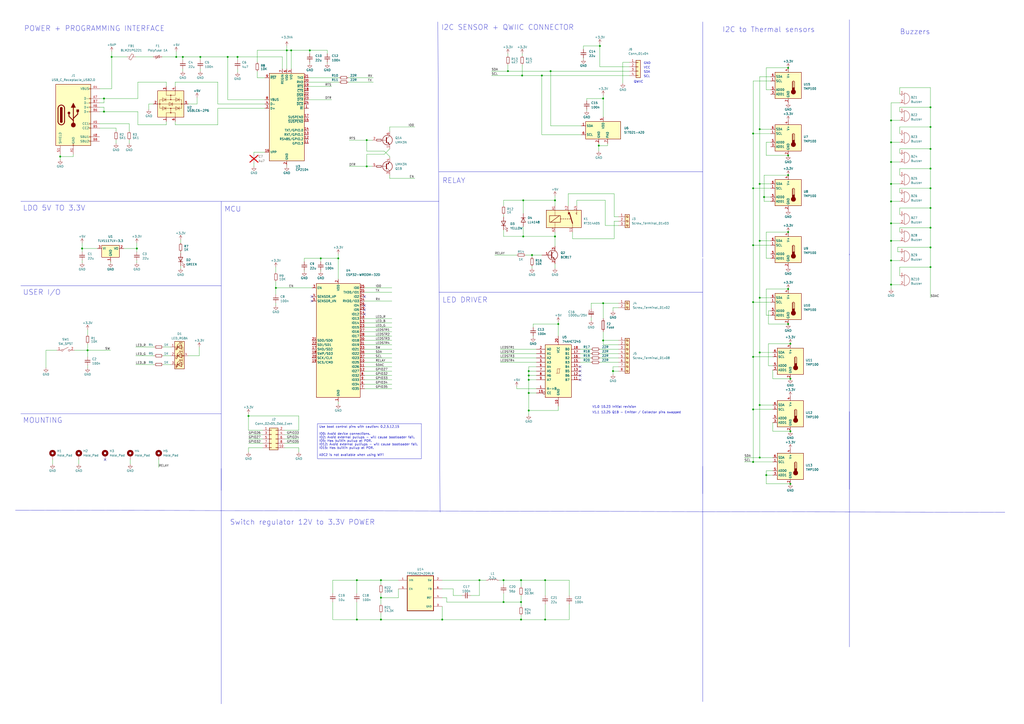
<source format=kicad_sch>
(kicad_sch (version 20230121) (generator eeschema)
  (paper "A2")
  (title_block (title "iot-thing board") (rev "1.0"))
  (lib_symbols
    (symbol "74xx:74HC245" (pin_names (offset 1.016))
      (property "Reference" "U" (at -7.62 16.51 0))
      (property "Value" "74HC245" (at -7.62 -16.51 0))
      (symbol "74HC245_1_0"
        (pin input line (at -12.7 -10.16 0) (length 5.08) (name "A->B") (number "1"))
        (pin power_in line (at 0 -20.32 90) (length 5.08) (name "GND") (number "10"))
        (pin tri_state line (at 12.7 -5.08 180) (length 5.08) (name "B7") (number "11"))
        (pin tri_state line (at 12.7 -2.54 180) (length 5.08) (name "B6") (number "12"))
        (pin tri_state line (at 12.7 0 180) (length 5.08) (name "B5") (number "13"))
        (pin tri_state line (at 12.7 2.54 180) (length 5.08) (name "B4") (number "14"))
        (pin tri_state line (at 12.7 5.08 180) (length 5.08) (name "B3") (number "15"))
        (pin tri_state line (at 12.7 7.62 180) (length 5.08) (name "B2") (number "16"))
        (pin tri_state line (at 12.7 10.16 180) (length 5.08) (name "B1") (number "17"))
        (pin tri_state line (at 12.7 12.7 180) (length 5.08) (name "B0") (number "18"))
        (pin input inverted (at -12.7 -12.7 0) (length 5.08) (name "CE") (number "19"))
        (pin tri_state line (at -12.7 12.7 0) (length 5.08) (name "A0") (number "2"))
        (pin power_in line (at 0 20.32 270) (length 5.08) (name "VCC") (number "20"))
        (pin tri_state line (at -12.7 10.16 0) (length 5.08) (name "A1") (number "3"))
        (pin tri_state line (at -12.7 7.62 0) (length 5.08) (name "A2") (number "4"))
        (pin tri_state line (at -12.7 5.08 0) (length 5.08) (name "A3") (number "5"))
        (pin tri_state line (at -12.7 2.54 0) (length 5.08) (name "A4") (number "6"))
        (pin tri_state line (at -12.7 0 0) (length 5.08) (name "A5") (number "7"))
        (pin tri_state line (at -12.7 -2.54 0) (length 5.08) (name "A6") (number "8"))
        (pin tri_state line (at -12.7 -5.08 0) (length 5.08) (name "A7") (number "9"))
      )
    )
    (symbol "Connector:Screw_Terminal_01x02" (pin_names (offset 1.016) hide)
      (property "Reference" "J" (at 0 2.54 0))
      (property "Value" "Screw_Terminal_01x02" (at 0 -5.08 0))
      (symbol "Screw_Terminal_01x02_1_1"
        (pin passive line (at -5.08 0 0) (length 3.81) (name "Pin_1") (number "1"))
        (pin passive line (at -5.08 -2.54 0) (length 3.81) (name "Pin_2") (number "2"))
      )
    )
    (symbol "Connector:Screw_Terminal_01x03" (pin_names (offset 1.016) hide)
      (property "Reference" "J" (at 0 5.08 0))
      (property "Value" "Screw_Terminal_01x03" (at 0 -5.08 0))
      (symbol "Screw_Terminal_01x03_1_1"
        (pin passive line (at -5.08 2.54 0) (length 3.81) (name "Pin_1") (number "1"))
        (pin passive line (at -5.08 0 0) (length 3.81) (name "Pin_2") (number "2"))
        (pin passive line (at -5.08 -2.54 0) (length 3.81) (name "Pin_3") (number "3"))
      )
    )
    (symbol "Connector:Screw_Terminal_01x08" (pin_names (offset 1.016) hide)
      (property "Reference" "J" (at 0 10.16 0))
      (property "Value" "Screw_Terminal_01x08" (at 0 -12.7 0))
      (symbol "Screw_Terminal_01x08_1_1"
        (pin passive line (at -5.08 7.62 0) (length 3.81) (name "Pin_1") (number "1"))
        (pin passive line (at -5.08 5.08 0) (length 3.81) (name "Pin_2") (number "2"))
        (pin passive line (at -5.08 2.54 0) (length 3.81) (name "Pin_3") (number "3"))
        (pin passive line (at -5.08 0 0) (length 3.81) (name "Pin_4") (number "4"))
        (pin passive line (at -5.08 -2.54 0) (length 3.81) (name "Pin_5") (number "5"))
        (pin passive line (at -5.08 -5.08 0) (length 3.81) (name "Pin_6") (number "6"))
        (pin passive line (at -5.08 -7.62 0) (length 3.81) (name "Pin_7") (number "7"))
        (pin passive line (at -5.08 -10.16 0) (length 3.81) (name "Pin_8") (number "8"))
      )
    )
    (symbol "Connector:USB_C_Receptacle_USB2.0" (pin_names (offset 1.016))
      (property "Reference" "J1" (at 0 22.86 0))
      (property "Value" "USB_C_Receptacle_USB2.0" (at 0 20.32 0))
      (symbol "USB_C_Receptacle_USB2.0_1_1"
        (pin passive line (at 0 -22.86 90) (length 5.08) (name "GND") (number "A1"))
        (pin passive line (at 0 -22.86 90) (length 5.08) hide (name "GND") (number "A12"))
        (pin passive line (at 15.24 15.24 180) (length 5.08) (name "VBUS") (number "A4"))
        (pin bidirectional line (at 15.24 -5.08 180) (length 5.08) (name "CC1") (number "A5"))
        (pin bidirectional line (at 15.24 4.445 180) (length 5.08) (name "D+") (number "A6"))
        (pin bidirectional line (at 15.24 9.525 180) (length 5.08) (name "D-") (number "A7"))
        (pin bidirectional line (at 15.24 -12.7 180) (length 5.08) (name "SBU1") (number "A8"))
        (pin passive line (at 15.24 15.24 180) (length 5.08) hide (name "VBUS") (number "A9"))
        (pin passive line (at 0 -22.86 90) (length 5.08) hide (name "GND") (number "B1"))
        (pin passive line (at 0 -22.86 90) (length 5.08) hide (name "GND") (number "B12"))
        (pin passive line (at 15.24 15.24 180) (length 5.08) hide (name "VBUS") (number "B4"))
        (pin bidirectional line (at 15.24 -7.62 180) (length 5.08) (name "CC2") (number "B5"))
        (pin bidirectional line (at 15.24 1.905 180) (length 5.08) (name "D+") (number "B6"))
        (pin bidirectional line (at 15.24 6.985 180) (length 5.08) (name "D-") (number "B7"))
        (pin bidirectional line (at 15.24 -15.24 180) (length 5.08) (name "SBU2") (number "B8"))
        (pin passive line (at 15.24 15.24 180) (length 5.08) hide (name "VBUS") (number "B9"))
        (pin passive line (at -7.62 -22.86 90) (length 5.08) (name "SHIELD") (number "S1"))
      )
    )
    (symbol "Connector_Generic:Conn_01x04" (pin_names (offset 1.016) hide)
      (property "Reference" "J" (at 0 5.08 0))
      (property "Value" "Conn_01x04" (at 0 -7.62 0))
      (symbol "Conn_01x04_1_1"
        (pin passive line (at -5.08 2.54 0) (length 3.81) (name "Pin_1") (number "1"))
        (pin passive line (at -5.08 0 0) (length 3.81) (name "Pin_2") (number "2"))
        (pin passive line (at -5.08 -2.54 0) (length 3.81) (name "Pin_3") (number "3"))
        (pin passive line (at -5.08 -5.08 0) (length 3.81) (name "Pin_4") (number "4"))
      )
    )
    (symbol "Connector_Generic:Conn_02x05_Odd_Even" (pin_names (offset 1.016) hide)
      (property "Reference" "J" (at 1.27 7.62 0))
      (property "Value" "Conn_02x05_Odd_Even" (at 1.27 -7.62 0))
      (symbol "Conn_02x05_Odd_Even_1_1"
        (pin passive line (at -5.08 5.08 0) (length 3.81) (name "Pin_1") (number "1"))
        (pin passive line (at 7.62 -5.08 180) (length 3.81) (name "Pin_10") (number "10"))
        (pin passive line (at 7.62 5.08 180) (length 3.81) (name "Pin_2") (number "2"))
        (pin passive line (at -5.08 2.54 0) (length 3.81) (name "Pin_3") (number "3"))
        (pin passive line (at 7.62 2.54 180) (length 3.81) (name "Pin_4") (number "4"))
        (pin passive line (at -5.08 0 0) (length 3.81) (name "Pin_5") (number "5"))
        (pin passive line (at 7.62 0 180) (length 3.81) (name "Pin_6") (number "6"))
        (pin passive line (at -5.08 -2.54 0) (length 3.81) (name "Pin_7") (number "7"))
        (pin passive line (at 7.62 -2.54 180) (length 3.81) (name "Pin_8") (number "8"))
        (pin passive line (at -5.08 -5.08 0) (length 3.81) (name "Pin_9") (number "9"))
      )
    )
    (symbol "Device:Buzzer" (pin_names (offset 0.0254) hide)
      (property "Reference" "BZ" (at 3.81 1.27 0))
      (property "Value" "Buzzer" (at 3.81 -1.27 0))
      (symbol "Buzzer_1_1"
        (pin passive line (at -2.54 2.54 0) (length 2.54) (name "-") (number "1"))
        (pin passive line (at -2.54 -2.54 0) (length 2.54) (name "+") (number "2"))
      )
    )
    (symbol "Device:C_Polarized_Small" (pin_numbers hide) (pin_names (offset 0.254) hide)
      (property "Reference" "C" (at 0.254 1.778 0))
      (property "Value" "C_Polarized_Small" (at 0.254 -2.032 0))
      (symbol "C_Polarized_Small_1_1"
        (pin passive line (at 0 2.54 270) (length 1.8542) (name "~") (number "1"))
        (pin passive line (at 0 -2.54 90) (length 1.8542) (name "~") (number "2"))
      )
    )
    (symbol "Device:C_Small" (pin_numbers hide) (pin_names (offset 0.254) hide)
      (property "Reference" "C" (at 0.254 1.778 0))
      (property "Value" "C_Small" (at 0.254 -2.032 0))
      (symbol "C_Small_1_1"
        (pin passive line (at 0 2.54 270) (length 2.032) (name "~") (number "1"))
        (pin passive line (at 0 -2.54 90) (length 2.032) (name "~") (number "2"))
      )
    )
    (symbol "Device:FerriteBead_Small" (pin_numbers hide) (pin_names (offset 0))
      (property "Reference" "FB" (at 1.905 1.27 0))
      (property "Value" "FerriteBead_Small" (at 1.905 -1.27 0))
      (symbol "FerriteBead_Small_1_1"
        (pin passive line (at 0 2.54 270) (length 1.27) (name "~") (number "1"))
        (pin passive line (at 0 -2.54 90) (length 1.27) (name "~") (number "2"))
      )
    )
    (symbol "Device:Fuse" (pin_numbers hide) (pin_names (offset 0))
      (property "Reference" "F" (at 2.032 0 90))
      (property "Value" "Fuse" (at -1.905 0 90))
      (symbol "Fuse_1_1"
        (pin passive line (at 0 3.81 270) (length 1.27) (name "~") (number "1"))
        (pin passive line (at 0 -3.81 90) (length 1.27) (name "~") (number "2"))
      )
    )
    (symbol "Device:L" (pin_numbers hide) (pin_names (offset 1.016) hide)
      (property "Reference" "L" (at -1.27 0 90))
      (property "Value" "L" (at 1.905 0 90))
      (symbol "L_1_1"
        (pin passive line (at 0 3.81 270) (length 1.27) (name "1") (number "1"))
        (pin passive line (at 0 -3.81 90) (length 1.27) (name "2") (number "2"))
      )
    )
    (symbol "Device:LED" (pin_numbers hide) (pin_names (offset 1.016) hide)
      (property "Reference" "D" (at 0 2.54 0))
      (property "Value" "LED" (at 0 -2.54 0))
      (symbol "LED_1_1"
        (pin passive line (at -3.81 0 0) (length 2.54) (name "K") (number "1"))
        (pin passive line (at 3.81 0 180) (length 2.54) (name "A") (number "2"))
      )
    )
    (symbol "Device:LED_RGBA" (pin_names (offset 0) hide)
      (property "Reference" "D" (at 0 9.398 0))
      (property "Value" "LED_RGBA" (at 0 -8.89 0))
      (symbol "LED_RGBA_0_0"
        (text "B" (at -1.905 -6.35 0) (effects (font (size 1.27 1.27))))
        (text "G" (at -1.905 -1.27 0) (effects (font (size 1.27 1.27))))
        (text "R" (at -1.905 3.81 0) (effects (font (size 1.27 1.27))))
      )
      (symbol "LED_RGBA_1_1"
        (pin passive line (at -5.08 5.08 0) (length 2.54) (name "RK") (number "1"))
        (pin passive line (at -5.08 0 0) (length 2.54) (name "GK") (number "2"))
        (pin passive line (at -5.08 -5.08 0) (length 2.54) (name "BK") (number "3"))
        (pin passive line (at 5.08 0 180) (length 2.54) (name "A") (number "4"))
      )
    )
    (symbol "Device:Polyfuse_Small" (pin_numbers hide) (pin_names (offset 0))
      (property "Reference" "F" (at -1.905 0 90))
      (property "Value" "Polyfuse_Small" (at 1.905 0 90))
      (symbol "Polyfuse_Small_1_1"
        (pin passive line (at 0 2.54 270) (length 0.635) (name "~") (number "1"))
        (pin passive line (at 0 -2.54 90) (length 0.635) (name "~") (number "2"))
      )
    )
    (symbol "Device:R_Small" (pin_numbers hide) (pin_names (offset 0.254) hide)
      (property "Reference" "R" (at 0.762 0.508 0))
      (property "Value" "R_Small" (at 0.762 -1.016 0))
      (symbol "R_Small_1_1"
        (pin passive line (at 0 2.54 270) (length 0.762) (name "~") (number "1"))
        (pin passive line (at 0 -2.54 90) (length 0.762) (name "~") (number "2"))
      )
    )
    (symbol "Diode:LL4148" (pin_numbers hide) (pin_names hide)
      (property "Reference" "D" (at 0 2.54 0))
      (property "Value" "LL4148" (at 0 -2.54 0))
      (symbol "LL4148_1_1"
        (pin passive line (at -3.81 0 0) (length 2.54) (name "K") (number "1"))
        (pin passive line (at 3.81 0 180) (length 2.54) (name "A") (number "2"))
      )
    )
    (symbol "Interface_USB:CP2104"
      (property "Reference" "U" (at -5.08 28.575 0))
      (property "Value" "CP2104" (at -5.08 26.67 0))
      (symbol "CP2104_1_1"
        (pin input line (at 12.7 5.08 180) (length 2.54) (name "~{RI}") (number "1"))
        (pin no_connect line (at 10.16 -20.32 180) (length 2.54) hide (name "NC") (number "10"))
        (pin bidirectional line (at 12.7 -15.24 180) (length 2.54) (name "GPIO.3") (number "11"))
        (pin bidirectional line (at 12.7 -12.7 180) (length 2.54) (name "RS485/GPIO.2") (number "12"))
        (pin bidirectional line (at 12.7 -10.16 180) (length 2.54) (name "RXT/GPIO.1") (number "13"))
        (pin bidirectional line (at 12.7 -7.62 180) (length 2.54) (name "TXT/GPIO.0") (number "14"))
        (pin output line (at 12.7 -2.54 180) (length 2.54) (name "~{SUSPEND}") (number "15"))
        (pin passive line (at -12.7 -20.32 0) (length 2.54) (name "VPP") (number "16"))
        (pin output line (at 12.7 0 180) (length 2.54) (name "SUSPEND") (number "17"))
        (pin input line (at 12.7 15.24 180) (length 2.54) (name "~{CTS}") (number "18"))
        (pin output line (at 12.7 17.78 180) (length 2.54) (name "~{RTS}") (number "19"))
        (pin power_in line (at 0 -27.94 90) (length 2.54) (name "GND") (number "2"))
        (pin input line (at 12.7 20.32 180) (length 2.54) (name "RXD") (number "20"))
        (pin output line (at 12.7 22.86 180) (length 2.54) (name "TXD") (number "21"))
        (pin input line (at 12.7 12.7 180) (length 2.54) (name "~{DSR}") (number "22"))
        (pin output line (at 12.7 10.16 180) (length 2.54) (name "~{DTR}") (number "23"))
        (pin input line (at 12.7 7.62 180) (length 2.54) (name "~{DCD}") (number "24"))
        (pin passive line (at 0 -27.94 90) (length 2.54) hide (name "GND") (number "25"))
        (pin bidirectional line (at -12.7 5.08 0) (length 2.54) (name "D+") (number "3"))
        (pin bidirectional line (at -12.7 7.62 0) (length 2.54) (name "D-") (number "4"))
        (pin power_in line (at 2.54 27.94 270) (length 2.54) (name "VIO") (number "5"))
        (pin power_in line (at 0 27.94 270) (length 2.54) (name "VDD") (number "6"))
        (pin power_in line (at -2.54 27.94 270) (length 2.54) (name "REGIN") (number "7"))
        (pin input line (at -12.7 10.16 0) (length 2.54) (name "VBUS") (number "8"))
        (pin bidirectional line (at -12.7 22.86 0) (length 2.54) (name "~{RST}") (number "9"))
      )
    )
    (symbol "Mechanical:MountingHole_Pad" (pin_numbers hide) (pin_names (offset 1.016) hide)
      (property "Reference" "H" (at 0 6.35 0))
      (property "Value" "MountingHole_Pad" (at 0 4.445 0))
      (symbol "MountingHole_Pad_1_1"
        (pin input line (at 0 -2.54 90) (length 2.54) (name "1") (number "1"))
      )
    )
    (symbol "Power_Protection:USBLC6-2P6" (pin_names hide)
      (property "Reference" "U" (at 2.54 8.89 0))
      (property "Value" "USBLC6-2P6" (at 2.54 -8.89 0))
      (symbol "USBLC6-2P6_1_1"
        (pin passive line (at -10.16 -2.54 0) (length 2.54) (name "I/O1") (number "1"))
        (pin passive line (at 0 -10.16 90) (length 2.54) (name "GND") (number "2"))
        (pin passive line (at 10.16 -2.54 180) (length 2.54) (name "I/O2") (number "3"))
        (pin passive line (at 10.16 2.54 180) (length 2.54) (name "I/O2") (number "4"))
        (pin passive line (at 0 10.16 270) (length 2.54) (name "VBUS") (number "5"))
        (pin passive line (at -10.16 2.54 0) (length 2.54) (name "I/O1") (number "6"))
      )
    )
    (symbol "RF_Module:ESP32-WROOM-32D"
      (property "Reference" "U" (at -12.7 34.29 0))
      (property "Value" "ESP32-WROOM-32D" (at 1.27 34.29 0))
      (symbol "ESP32-WROOM-32D_1_1"
        (pin power_in line (at 0 -35.56 90) (length 2.54) (name "GND") (number "1"))
        (pin bidirectional line (at 15.24 -12.7 180) (length 2.54) (name "IO25") (number "10"))
        (pin bidirectional line (at 15.24 -15.24 180) (length 2.54) (name "IO26") (number "11"))
        (pin bidirectional line (at 15.24 -17.78 180) (length 2.54) (name "IO27") (number "12"))
        (pin bidirectional line (at 15.24 10.16 180) (length 2.54) (name "IO14") (number "13"))
        (pin bidirectional line (at 15.24 15.24 180) (length 2.54) (name "IO12") (number "14"))
        (pin passive line (at 0 -35.56 90) (length 2.54) hide (name "GND") (number "15"))
        (pin bidirectional line (at 15.24 12.7 180) (length 2.54) (name "IO13") (number "16"))
        (pin bidirectional line (at -15.24 -5.08 0) (length 2.54) (name "SHD/SD2") (number "17"))
        (pin bidirectional line (at -15.24 -7.62 0) (length 2.54) (name "SWP/SD3") (number "18"))
        (pin bidirectional line (at -15.24 -12.7 0) (length 2.54) (name "SCS/CMD") (number "19"))
        (pin power_in line (at 0 35.56 270) (length 2.54) (name "VDD") (number "2"))
        (pin bidirectional line (at -15.24 -10.16 0) (length 2.54) (name "SCK/CLK") (number "20"))
        (pin bidirectional line (at -15.24 0 0) (length 2.54) (name "SDO/SD0") (number "21"))
        (pin bidirectional line (at -15.24 -2.54 0) (length 2.54) (name "SDI/SD1") (number "22"))
        (pin bidirectional line (at 15.24 7.62 180) (length 2.54) (name "IO15") (number "23"))
        (pin bidirectional line (at 15.24 25.4 180) (length 2.54) (name "IO2") (number "24"))
        (pin bidirectional line (at 15.24 30.48 180) (length 2.54) (name "IO0") (number "25"))
        (pin bidirectional line (at 15.24 20.32 180) (length 2.54) (name "IO4") (number "26"))
        (pin bidirectional line (at 15.24 5.08 180) (length 2.54) (name "IO16") (number "27"))
        (pin bidirectional line (at 15.24 2.54 180) (length 2.54) (name "IO17") (number "28"))
        (pin bidirectional line (at 15.24 17.78 180) (length 2.54) (name "IO5") (number "29"))
        (pin input line (at -15.24 30.48 0) (length 2.54) (name "EN") (number "3"))
        (pin bidirectional line (at 15.24 0 180) (length 2.54) (name "IO18") (number "30"))
        (pin bidirectional line (at 15.24 -2.54 180) (length 2.54) (name "IO19") (number "31"))
        (pin no_connect line (at -12.7 -27.94 0) (length 2.54) hide (name "NC") (number "32"))
        (pin bidirectional line (at 15.24 -5.08 180) (length 2.54) (name "IO21") (number "33"))
        (pin bidirectional line (at 15.24 22.86 180) (length 2.54) (name "RXD0/IO3") (number "34"))
        (pin bidirectional line (at 15.24 27.94 180) (length 2.54) (name "TXD0/IO1") (number "35"))
        (pin bidirectional line (at 15.24 -7.62 180) (length 2.54) (name "IO22") (number "36"))
        (pin bidirectional line (at 15.24 -10.16 180) (length 2.54) (name "IO23") (number "37"))
        (pin passive line (at 0 -35.56 90) (length 2.54) hide (name "GND") (number "38"))
        (pin passive line (at 0 -35.56 90) (length 2.54) hide (name "GND") (number "39"))
        (pin input line (at -15.24 25.4 0) (length 2.54) (name "SENSOR_VP") (number "4"))
        (pin input line (at -15.24 22.86 0) (length 2.54) (name "SENSOR_VN") (number "5"))
        (pin input line (at 15.24 -25.4 180) (length 2.54) (name "IO34") (number "6"))
        (pin input line (at 15.24 -27.94 180) (length 2.54) (name "IO35") (number "7"))
        (pin bidirectional line (at 15.24 -20.32 180) (length 2.54) (name "IO32") (number "8"))
        (pin bidirectional line (at 15.24 -22.86 180) (length 2.54) (name "IO33") (number "9"))
      )
    )
    (symbol "Regulator_Linear:LM1117MP-3.3"
      (property "Reference" "U" (at -3.81 3.175 0))
      (property "Value" "LM1117MP-3.3" (at 0 3.175 0))
      (symbol "LM1117MP-3.3_1_1"
        (pin power_in line (at 0 -7.62 90) (length 2.54) (name "GND") (number "1"))
        (pin power_out line (at 7.62 0 180) (length 2.54) (name "VO") (number "2"))
        (pin power_in line (at -7.62 0 0) (length 2.54) (name "VI") (number "3"))
      )
    )
    (symbol "Relay:RT314A05"
      (property "Reference" "K" (at 11.43 3.81 0))
      (property "Value" "RT314A05" (at 11.43 1.27 0))
      (symbol "RT314A05_1_1"
        (pin passive line (at 5.08 -7.62 90) (length 2.54) (name "~") (number "11"))
        (pin passive line (at 2.54 7.62 270) (length 2.54) (name "~") (number "12"))
        (pin passive line (at 7.62 7.62 270) (length 2.54) (name "~") (number "14"))
        (pin passive line (at -5.08 7.62 270) (length 2.54) (name "~") (number "A1"))
        (pin passive line (at -5.08 -7.62 90) (length 2.54) (name "~") (number "A2"))
      )
    )
    (symbol "Sensor_Humidity:Si7021-A20"
      (property "Reference" "U" (at -5.08 7.62 0))
      (property "Value" "Si7021-A20" (at -10.16 10.16 0))
      (symbol "Si7021-A20_1_1"
        (pin bidirectional line (at -12.7 2.54 0) (length 2.54) (name "SDA") (number "1"))
        (pin power_in line (at -2.54 -7.62 90) (length 2.54) (name "GND") (number "2"))
        (pin no_connect line (at 10.16 2.54 180) (length 2.54) hide (name "NC") (number "3"))
        (pin no_connect line (at 10.16 -2.54 180) (length 2.54) hide (name "NC") (number "4"))
        (pin power_in line (at 0 7.62 270) (length 2.54) (name "VDD") (number "5"))
        (pin input line (at -12.7 -2.54 0) (length 2.54) (name "SCL") (number "6"))
        (pin passive line (at 2.54 -7.62 90) (length 2.54) (name "PAD") (number "7"))
      )
    )
    (symbol "Sensor_Temperature:TMP100"
      (property "Reference" "U" (at 10.16 6.35 0))
      (property "Value" "TMP100" (at 12.7 3.81 0))
      (symbol "TMP100_1_1"
        (pin input line (at -10.16 2.54 0) (length 2.54) (name "SCL") (number "1"))
        (pin power_in line (at 0 -10.16 90) (length 2.54) (name "GND") (number "2"))
        (pin input line (at -10.16 -5.08 0) (length 2.54) (name "ADD1") (number "3"))
        (pin power_in line (at 0 10.16 270) (length 2.54) (name "V+") (number "4"))
        (pin input line (at -10.16 -2.54 0) (length 2.54) (name "ADD0") (number "5"))
        (pin bidirectional line (at -10.16 5.08 0) (length 2.54) (name "SDA") (number "6"))
      )
    )
    (symbol "Switch:SW_SPST" (pin_names (offset 0) hide)
      (property "Reference" "SW" (at 0 3.175 0))
      (property "Value" "SW_SPST" (at 0 -2.54 0))
      (symbol "SW_SPST_1_1"
        (pin passive line (at -5.08 0 0) (length 2.54) (name "A") (number "1"))
        (pin passive line (at 5.08 0 180) (length 2.54) (name "B") (number "2"))
      )
    )
    (symbol "TPS562242DRLR:TPS562242DRLR" (pin_names (offset 1.016))
      (property "Reference" "U" (at -7.62 11.16 0))
      (property "Value" "TPS562242DRLR" (at -7.62 -14.16 0))
      (symbol "TPS562242DRLR_0_0"
        (pin power_in line (at -12.7 7.62 0) (length 5.08) (name "VIN") (number "1"))
        (pin power_in line (at 12.7 7.62 180) (length 5.08) (name "SW") (number "2"))
        (pin power_in line (at 12.7 -7.62 180) (length 5.08) (name "GND") (number "3"))
        (pin passive line (at 12.7 -2.54 180) (length 5.08) (name "BST") (number "4"))
        (pin input line (at -12.7 2.54 0) (length 5.08) (name "EN") (number "5"))
        (pin passive line (at 12.7 2.54 180) (length 5.08) (name "FB") (number "6"))
      )
    )
    (symbol "Transistor_BJT:BC817" (pin_names (offset 0) hide)
      (property "Reference" "Q" (at 5.08 1.905 0))
      (property "Value" "BC817" (at 5.08 0 0))
      (symbol "BC817_1_1"
        (pin input line (at -5.08 0 0) (length 5.715) (name "B") (number "1"))
        (pin passive line (at 2.54 -5.08 90) (length 2.54) (name "E") (number "2"))
        (pin passive line (at 2.54 5.08 270) (length 2.54) (name "C") (number "3"))
      )
    )
    (symbol "Transistor_BJT:UMH3N" (pin_names hide)
      (property "Reference" "Q" (at 7.62 1.27 0))
      (property "Value" "UMH3N" (at 7.62 -1.27 0))
      (symbol "UMH3N_1_1"
        (pin passive line (at 5.08 -5.08 90) (length 2.54) (name "E1") (number "1"))
        (pin input line (at -5.08 0 0) (length 2.54) (name "B1") (number "2"))
        (pin passive line (at 5.08 5.08 270) (length 2.54) (name "C1") (number "6"))
      )
      (symbol "UMH3N_2_1"
        (pin passive line (at 5.08 5.08 270) (length 2.54) (name "C2") (number "3"))
        (pin passive line (at 5.08 -5.08 90) (length 2.54) (name "E2") (number "4"))
        (pin input line (at -5.08 0 0) (length 2.54) (name "B2") (number "5"))
      )
    )
    (symbol "power:+3.3V" (power) (pin_names (offset 0))
      (property "Value" "+3.3V" (at 0 3.556 0))
      (symbol "+3.3V_1_1"
        (pin power_in line (at 0 0 90) (length 0) hide (name "+3.3V") (number "1"))
      )
    )
    (symbol "power:+3.3VA" (power) (pin_names (offset 0))
      (property "Value" "+3.3VA" (at 0 3.556 0))
      (symbol "+3.3VA_1_1"
        (pin power_in line (at 0 0 90) (length 0) hide (name "+3.3VA") (number "1"))
      )
    )
    (symbol "power:+5V" (power) (pin_names (offset 0))
      (property "Value" "+5V" (at 0 3.556 0))
      (symbol "+5V_1_1"
        (pin power_in line (at 0 0 90) (length 0) hide (name "+5V") (number "1"))
      )
    )
    (symbol "power:+5VP" (power) (pin_names (offset 0))
      (property "Value" "+5VP" (at 0 3.556 0))
      (symbol "+5VP_1_1"
        (pin power_in line (at 0 0 90) (length 0) hide (name "+5VP") (number "1"))
      )
    )
    (symbol "power:GND" (power) (pin_names (offset 0))
      (property "Value" "GND" (at 0 -3.81 0))
      (symbol "GND_1_1"
        (pin power_in line (at 0 0 270) (length 0) hide (name "GND") (number "1"))
      )
    )
  )
  (junction (at 303.53 116.205))
  (junction (at 50.8 203.2))
  (junction (at 186.055 149.86))
  (junction (at 516.89 93.98))
  (junction (at 316.23 359.41))
  (junction (at 349.885 57.15))
  (junction (at 302.26 336.55))
  (junction (at 323.85 187.96))
  (junction (at 64.77 33.02))
  (junction (at 458.47 250.19))
  (junction (at 220.98 359.41))
  (junction (at 278.13 336.55))
  (junction (at 457.2 90.17))
  (junction (at 212.725 96.52))
  (junction (at 306.705 217.805))
  (junction (at 47.625 144.145))
  (junction (at 436.88 77.47))
  (junction (at 539.75 62.23))
  (junction (at 220.98 336.55))
  (junction (at 539.75 109.22))
  (junction (at 314.325 43.815))
  (junction (at 539.75 120.65))
  (junction (at 179.705 29.21))
  (junction (at 34.925 90.805))
  (junction (at 539.75 154.94))
  (junction (at 292.1 349.25))
  (junction (at 306.705 220.345))
  (junction (at 457.2 187.96))
  (junction (at 116.205 33.02))
  (junction (at 516.89 106.68))
  (junction (at 436.88 237.49))
  (junction (at 516.89 69.85))
  (junction (at 292.1 336.55))
  (junction (at 355.6 215.265))
  (junction (at 516.89 151.13))
  (junction (at 458.47 219.71))
  (junction (at 60.325 57.15))
  (junction (at 308.61 147.955))
  (junction (at 443.23 114.3))
  (junction (at 302.895 43.815))
  (junction (at 302.26 349.25))
  (junction (at 440.69 106.68))
  (junction (at 436.88 142.24))
  (junction (at 256.54 359.41))
  (junction (at 306.705 238.125))
  (junction (at 347.345 84.455))
  (junction (at 539.75 86.36))
  (junction (at 316.23 336.55))
  (junction (at 440.69 172.72))
  (junction (at 349.885 197.485))
  (junction (at 457.2 167.64))
  (junction (at 440.69 234.95))
  (junction (at 144.145 241.3))
  (junction (at 132.08 33.02))
  (junction (at 319.405 41.275))
  (junction (at 436.88 175.26))
  (junction (at 79.375 144.145))
  (junction (at 516.89 82.55))
  (junction (at 207.01 336.55))
  (junction (at 302.26 359.41))
  (junction (at 436.88 207.01))
  (junction (at 137.795 33.02))
  (junction (at 220.98 346.71))
  (junction (at 321.945 137.16))
  (junction (at 166.37 29.21))
  (junction (at 458.47 199.39))
  (junction (at 436.88 267.97))
  (junction (at 60.325 64.77))
  (junction (at 168.91 29.21))
  (junction (at 457.2 134.62))
  (junction (at 436.88 109.22))
  (junction (at 516.89 116.84))
  (junction (at 539.75 132.08))
  (junction (at 516.89 139.7))
  (junction (at 440.69 204.47))
  (junction (at 440.69 74.93))
  (junction (at 516.89 129.54))
  (junction (at 516.89 165.1))
  (junction (at 294.64 41.275))
  (junction (at 539.75 97.79))
  (junction (at 457.2 39.37))
  (junction (at 306.705 227.965))
  (junction (at 457.2 101.6))
  (junction (at 303.53 137.16))
  (junction (at 160.02 167.005))
  (junction (at 539.75 143.51))
  (junction (at 347.98 26.67))
  (junction (at 458.47 280.67))
  (junction (at 102.235 33.02))
  (junction (at 444.5 275.59))
  (junction (at 349.885 175.895))
  (junction (at 106.045 33.02))
  (junction (at 207.01 359.41))
  (junction (at 440.69 265.43))
  (junction (at 440.69 139.7))
  (junction (at 196.215 149.86))
  (junction (at 321.945 116.205))
  (junction (at 306.705 215.265))
  (junction (at 212.725 81.28))
  (junction (at 539.75 73.66))
  (no_connect (at 180.975 174.625))
  (no_connect (at 180.975 172.085))
  (no_connect (at 336.55 220.345))
  (no_connect (at 211.455 177.165))
  (no_connect (at 211.455 182.245))
  (no_connect (at 336.55 215.265))
  (no_connect (at 211.455 179.705))
  (no_connect (at 336.55 212.725))
  (no_connect (at 336.55 217.805))
  (no_connect (at 60.96 266.7))
  (no_connect (at 211.455 172.085))
  (wire (pts (xy 160.02 167.005) (xy 180.975 167.005)))
  (wire (pts (xy 94.615 206.375) (xy 99.06 206.375)))
  (wire (pts (xy 342.9 175.895) (xy 349.885 175.895)))
  (wire (pts (xy 193.04 336.55) (xy 207.01 336.55)))
  (wire (pts (xy 539.75 62.23) (xy 539.75 73.66)))
  (wire (pts (xy 211.455 200.025) (xy 227.33 200.025)))
  (wire (pts (xy 521.97 82.55) (xy 516.89 82.55)))
  (wire (pts (xy 516.89 93.98) (xy 516.89 106.68)))
  (wire (pts (xy 521.97 139.7) (xy 516.89 139.7)))
  (wire (pts (xy 226.06 73.66) (xy 240.665 73.66)))
  (wire (pts (xy 173.355 249.555) (xy 173.355 241.3)))
  (wire (pts (xy 443.23 114.3) (xy 443.23 101.6)))
  (wire (pts (xy 79.375 144.145) (xy 79.375 146.05)))
  (wire (pts (xy 193.04 359.41) (xy 207.01 359.41)))
  (wire (pts (xy 259.08 346.71) (xy 259.08 349.25)))
  (wire (pts (xy 290.195 207.645) (xy 311.15 207.645)))
  (wire (pts (xy 132.08 33.02) (xy 132.08 57.785)))
  (wire (pts (xy 539.75 97.79) (xy 539.75 109.22)))
  (wire (pts (xy 211.455 220.345) (xy 227.33 220.345)))
  (wire (pts (xy 352.425 84.455) (xy 352.425 83.185)))
  (polyline (pts (xy 254.635 99.695) (xy 407.67 99.695)))
  (wire (pts (xy 440.69 172.72) (xy 447.04 172.72)))
  (wire (pts (xy 521.97 111.76) (xy 521.97 109.22)))
  (wire (pts (xy 444.5 134.62) (xy 457.2 134.62)))
  (wire (pts (xy 521.97 93.98) (xy 516.89 93.98)))
  (wire (pts (xy 179.07 50.165) (xy 192.405 50.165)))
  (wire (pts (xy 34.925 90.805) (xy 34.925 92.71)))
  (wire (pts (xy 106.045 40.005) (xy 106.045 41.275)))
  (wire (pts (xy 436.88 109.22) (xy 436.88 142.24)))
  (wire (pts (xy 256.54 336.55) (xy 278.13 336.55)))
  (wire (pts (xy 302.895 43.815) (xy 314.325 43.815)))
  (wire (pts (xy 212.725 87.63) (xy 222.885 87.63)))
  (wire (pts (xy 356.235 138.43) (xy 356.235 128.27)))
  (wire (pts (xy 212.725 96.52) (xy 215.9 96.52)))
  (wire (pts (xy 64.77 33.02) (xy 64.77 29.845)))
  (wire (pts (xy 289.56 336.55) (xy 292.1 336.55)))
  (wire (pts (xy 347.98 26.67) (xy 347.98 38.735)))
  (wire (pts (xy 226.06 90.805) (xy 226.06 91.44)))
  (wire (pts (xy 303.53 116.205) (xy 321.945 116.205)))
  (wire (pts (xy 539.75 50.8) (xy 539.75 62.23)))
  (polyline (pts (xy 492.76 11.43) (xy 492.76 147.955)))
  (wire (pts (xy 521.97 129.54) (xy 516.89 129.54)))
  (wire (pts (xy 56.515 144.145) (xy 47.625 144.145)))
  (wire (pts (xy 349.885 55.245) (xy 349.885 57.15)))
  (wire (pts (xy 176.53 149.86) (xy 176.53 151.765)))
  (polyline (pts (xy 492.76 238.76) (xy 492.76 375.285)))
  (wire (pts (xy 211.455 215.265) (xy 227.33 215.265)))
  (wire (pts (xy 211.455 189.865) (xy 227.33 189.865)))
  (wire (pts (xy 137.795 33.02) (xy 163.83 33.02)))
  (wire (pts (xy 431.8 267.97) (xy 436.88 267.97)))
  (wire (pts (xy 447.04 44.45) (xy 440.69 44.45)))
  (wire (pts (xy 50.8 199.39) (xy 50.8 203.2)))
  (wire (pts (xy 88.9 60.325) (xy 86.36 60.325)))
  (wire (pts (xy 101.6 47.625) (xy 126.365 47.625)))
  (wire (pts (xy 109.22 60.325) (xy 114.3 60.325)))
  (wire (pts (xy 436.88 175.26) (xy 436.88 207.01)))
  (wire (pts (xy 302.26 349.25) (xy 292.1 349.25)))
  (wire (pts (xy 196.215 147.32) (xy 196.215 149.86)))
  (wire (pts (xy 96.52 70.485) (xy 96.52 72.39)))
  (wire (pts (xy 75.565 266.7) (xy 75.565 269.24)))
  (wire (pts (xy 211.455 167.005) (xy 227.33 167.005)))
  (wire (pts (xy 303.53 137.16) (xy 321.945 137.16)))
  (wire (pts (xy 166.37 29.21) (xy 168.91 29.21)))
  (wire (pts (xy 116.205 40.005) (xy 116.205 41.275)))
  (wire (pts (xy 256.54 346.71) (xy 259.08 346.71)))
  (wire (pts (xy 126.365 60.325) (xy 153.67 60.325)))
  (wire (pts (xy 306.705 215.265) (xy 306.705 217.805)))
  (wire (pts (xy 521.97 50.8) (xy 539.75 50.8)))
  (wire (pts (xy 347.345 83.185) (xy 347.345 84.455)))
  (wire (pts (xy 50.8 191.135) (xy 50.8 194.31)))
  (wire (pts (xy 106.045 33.02) (xy 116.205 33.02)))
  (wire (pts (xy 149.225 41.275) (xy 149.225 45.085)))
  (wire (pts (xy 358.775 178.435) (xy 355.6 178.435)))
  (wire (pts (xy 440.69 106.68) (xy 447.04 106.68)))
  (wire (pts (xy 207.01 359.41) (xy 220.98 359.41)))
  (wire (pts (xy 60.325 64.77) (xy 80.01 64.77)))
  (wire (pts (xy 521.97 151.13) (xy 516.89 151.13)))
  (wire (pts (xy 347.345 84.455) (xy 347.345 87.63)))
  (wire (pts (xy 347.98 207.645) (xy 358.775 207.645)))
  (wire (pts (xy 306.705 217.805) (xy 311.15 217.805)))
  (wire (pts (xy 521.97 62.23) (xy 539.75 62.23)))
  (wire (pts (xy 347.98 202.565) (xy 358.775 202.565)))
  (wire (pts (xy 79.375 151.13) (xy 79.375 152.4)))
  (wire (pts (xy 521.97 146.05) (xy 520.7 146.05)))
  (wire (pts (xy 448.31 250.19) (xy 458.47 250.19)))
  (wire (pts (xy 303.53 116.205) (xy 292.1 116.205)))
  (wire (pts (xy 262.89 341.63) (xy 262.89 345.44)))
  (wire (pts (xy 342.9 184.15) (xy 342.9 186.055)))
  (wire (pts (xy 516.89 116.84) (xy 516.89 129.54)))
  (wire (pts (xy 116.205 33.02) (xy 116.205 34.925)))
  (wire (pts (xy 294.64 41.275) (xy 319.405 41.275)))
  (wire (pts (xy 278.13 336.55) (xy 281.94 336.55)))
  (wire (pts (xy 212.725 81.28) (xy 215.9 81.28)))
  (wire (pts (xy 521.97 69.85) (xy 516.89 69.85)))
  (wire (pts (xy 436.88 175.26) (xy 447.04 175.26)))
  (wire (pts (xy 278.13 345.44) (xy 273.05 345.44)))
  (wire (pts (xy 26.67 203.2) (xy 26.67 213.36)))
  (wire (pts (xy 445.77 180.34) (xy 445.77 187.96)))
  (wire (pts (xy 356.235 125.73) (xy 358.775 125.73)))
  (wire (pts (xy 179.705 29.21) (xy 179.705 31.115)))
  (wire (pts (xy 202.565 96.52) (xy 212.725 96.52)))
  (wire (pts (xy 444.5 275.59) (xy 444.5 280.67)))
  (wire (pts (xy 539.75 154.94) (xy 539.75 172.72)))
  (wire (pts (xy 330.2 345.44) (xy 330.2 336.55)))
  (wire (pts (xy 196.215 233.045) (xy 196.215 234.315)))
  (wire (pts (xy 78.74 201.295) (xy 89.535 201.295)))
  (wire (pts (xy 115.57 201.295) (xy 115.57 206.375)))
  (wire (pts (xy 212.725 89.535) (xy 212.725 96.52)))
  (wire (pts (xy 299.72 147.955) (xy 287.02 147.955)))
  (wire (pts (xy 212.725 81.28) (xy 212.725 87.63)))
  (wire (pts (xy 144.145 240.03) (xy 144.145 241.3)))
  (wire (pts (xy 321.945 134.62) (xy 321.945 137.16)))
  (wire (pts (xy 179.705 29.21) (xy 189.865 29.21)))
  (wire (pts (xy 436.88 207.01) (xy 436.88 237.49)))
  (wire (pts (xy 321.945 116.205) (xy 321.945 119.38)))
  (wire (pts (xy 34.925 89.535) (xy 34.925 90.805)))
  (wire (pts (xy 304.8 147.955) (xy 308.61 147.955)))
  (wire (pts (xy 340.36 57.15) (xy 349.885 57.15)))
  (wire (pts (xy 211.455 187.325) (xy 227.33 187.325)))
  (wire (pts (xy 332.105 138.43) (xy 356.235 138.43)))
  (wire (pts (xy 78.74 211.455) (xy 89.535 211.455)))
  (polyline (pts (xy 12.065 116.84) (xy 12.7 116.84)))
  (wire (pts (xy 306.705 238.125) (xy 306.705 240.665)))
  (wire (pts (xy 86.36 60.325) (xy 86.36 63.5)))
  (wire (pts (xy 347.98 25.4) (xy 347.98 26.67)))
  (wire (pts (xy 336.55 210.185) (xy 342.9 210.185)))
  (wire (pts (xy 144.145 257.175) (xy 152.4 257.175)))
  (wire (pts (xy 516.89 139.7) (xy 516.89 151.13)))
  (wire (pts (xy 78.74 33.02) (xy 88.9 33.02)))
  (wire (pts (xy 436.88 77.47) (xy 436.88 109.22)))
  (wire (pts (xy 539.75 86.36) (xy 539.75 97.79)))
  (wire (pts (xy 440.69 44.45) (xy 440.69 74.93)))
  (wire (pts (xy 149.225 36.195) (xy 149.225 29.21)))
  (wire (pts (xy 309.245 194.945) (xy 309.245 195.58)))
  (wire (pts (xy 516.89 151.13) (xy 516.89 165.1)))
  (wire (pts (xy 212.725 89.535) (xy 222.885 89.535)))
  (wire (pts (xy 314.325 78.105) (xy 314.325 43.815)))
  (wire (pts (xy 160.02 175.895) (xy 160.02 177.165)))
  (wire (pts (xy 349.885 197.485) (xy 349.885 200.025)))
  (wire (pts (xy 440.69 74.93) (xy 447.04 74.93)))
  (polyline (pts (xy 128.27 271.78) (xy 128.27 408.305)))
  (wire (pts (xy 166.37 95.885) (xy 166.37 96.52)))
  (wire (pts (xy 165.1 257.175) (xy 173.355 257.175)))
  (wire (pts (xy 163.83 33.02) (xy 163.83 40.005)))
  (wire (pts (xy 309.245 187.96) (xy 323.85 187.96)))
  (wire (pts (xy 319.405 41.275) (xy 319.405 73.025)))
  (wire (pts (xy 448.31 212.09) (xy 445.77 212.09)))
  (wire (pts (xy 347.98 205.105) (xy 358.775 205.105)))
  (wire (pts (xy 539.75 109.22) (xy 539.75 120.65)))
  (wire (pts (xy 137.795 40.005) (xy 137.795 41.91)))
  (wire (pts (xy 440.69 234.95) (xy 440.69 265.43)))
  (wire (pts (xy 126.365 62.865) (xy 126.365 72.39)))
  (wire (pts (xy 436.88 109.22) (xy 447.04 109.22)))
  (wire (pts (xy 521.97 109.22) (xy 539.75 109.22)))
  (wire (pts (xy 189.865 29.21) (xy 189.865 31.115)))
  (wire (pts (xy 444.5 90.17) (xy 457.2 90.17)))
  (wire (pts (xy 340.36 63.5) (xy 340.36 64.135)))
  (wire (pts (xy 80.01 64.77) (xy 80.01 72.39)))
  (wire (pts (xy 94.615 201.295) (xy 99.06 201.295)))
  (wire (pts (xy 186.055 149.86) (xy 196.215 149.86)))
  (wire (pts (xy 64.77 33.02) (xy 73.66 33.02)))
  (wire (pts (xy 521.97 77.47) (xy 521.97 73.66)))
  (wire (pts (xy 321.945 113.665) (xy 321.945 116.205)))
  (wire (pts (xy 351.155 116.205) (xy 351.155 130.81)))
  (wire (pts (xy 539.75 154.94) (xy 521.97 154.94)))
  (wire (pts (xy 521.97 73.66) (xy 539.75 73.66)))
  (wire (pts (xy 211.455 174.625) (xy 227.33 174.625)))
  (wire (pts (xy 165.1 254.635) (xy 173.355 254.635)))
  (wire (pts (xy 43.18 203.2) (xy 50.8 203.2)))
  (wire (pts (xy 306.705 217.805) (xy 306.705 220.345)))
  (wire (pts (xy 179.07 47.625) (xy 196.85 47.625)))
  (wire (pts (xy 358.775 175.895) (xy 349.885 175.895)))
  (wire (pts (xy 256.54 351.79) (xy 256.54 359.41)))
  (wire (pts (xy 539.75 73.66) (xy 539.75 86.36)))
  (wire (pts (xy 308.61 147.955) (xy 308.61 149.225)))
  (wire (pts (xy 302.26 356.87) (xy 302.26 359.41)))
  (wire (pts (xy 168.91 29.21) (xy 168.91 40.005)))
  (wire (pts (xy 303.53 123.825) (xy 303.53 116.205)))
  (wire (pts (xy 101.6 50.165) (xy 101.6 47.625)))
  (wire (pts (xy 211.455 212.725) (xy 227.33 212.725)))
  (wire (pts (xy 220.98 359.41) (xy 220.98 355.6)))
  (wire (pts (xy 292.1 133.35) (xy 292.1 137.16)))
  (wire (pts (xy 516.89 82.55) (xy 516.89 93.98)))
  (wire (pts (xy 201.93 47.625) (xy 216.535 47.625)))
  (wire (pts (xy 256.54 341.63) (xy 262.89 341.63)))
  (wire (pts (xy 165.1 252.095) (xy 173.355 252.095)))
  (wire (pts (xy 220.98 346.71) (xy 220.98 350.52)))
  (wire (pts (xy 207.01 349.25) (xy 207.01 359.41)))
  (wire (pts (xy 306.705 238.125) (xy 323.85 238.125)))
  (wire (pts (xy 137.795 33.02) (xy 137.795 34.925)))
  (wire (pts (xy 292.1 336.55) (xy 302.26 336.55)))
  (wire (pts (xy 144.145 259.715) (xy 144.145 262.255)))
  (wire (pts (xy 290.195 202.565) (xy 311.15 202.565)))
  (wire (pts (xy 358.775 200.025) (xy 349.885 200.025)))
  (wire (pts (xy 33.02 203.2) (xy 26.67 203.2)))
  (wire (pts (xy 67.31 74.295) (xy 67.31 76.2)))
  (wire (pts (xy 521.97 88.9) (xy 521.97 86.36)))
  (wire (pts (xy 308.61 154.305) (xy 308.61 155.575)))
  (wire (pts (xy 144.145 254.635) (xy 152.4 254.635)))
  (wire (pts (xy 231.14 341.63) (xy 231.14 346.71)))
  (wire (pts (xy 448.31 245.11) (xy 448.31 250.19)))
  (polyline (pts (xy 128.27 116.84) (xy 128.27 284.48)))
  (wire (pts (xy 365.125 36.195) (xy 361.315 36.195)))
  (wire (pts (xy 226.06 101.6) (xy 226.06 103.505)))
  (wire (pts (xy 262.89 345.44) (xy 267.97 345.44)))
  (wire (pts (xy 539.75 132.08) (xy 539.75 143.51)))
  (wire (pts (xy 189.865 36.195) (xy 189.865 36.83)))
  (wire (pts (xy 50.8 212.09) (xy 50.8 213.36)))
  (wire (pts (xy 311.15 225.425) (xy 299.72 225.425)))
  (wire (pts (xy 336.55 207.645) (xy 342.9 207.645)))
  (wire (pts (xy 285.115 43.815) (xy 302.895 43.815)))
  (wire (pts (xy 74.93 71.755) (xy 74.93 76.2)))
  (wire (pts (xy 448.31 214.63) (xy 448.31 219.71)))
  (wire (pts (xy 306.705 212.725) (xy 306.705 215.265)))
  (wire (pts (xy 294.64 37.465) (xy 294.64 41.275)))
  (wire (pts (xy 330.2 336.55) (xy 316.23 336.55)))
  (wire (pts (xy 521.97 154.94) (xy 521.97 160.02)))
  (wire (pts (xy 355.6 215.265) (xy 355.6 217.17)))
  (wire (pts (xy 436.88 237.49) (xy 436.88 267.97)))
  (wire (pts (xy 539.75 143.51) (xy 539.75 154.94)))
  (wire (pts (xy 60.325 62.23) (xy 60.325 64.77)))
  (wire (pts (xy 323.85 186.69) (xy 323.85 187.96)))
  (wire (pts (xy 347.345 84.455) (xy 352.425 84.455)))
  (wire (pts (xy 321.945 153.035) (xy 321.945 155.575)))
  (wire (pts (xy 211.455 222.885) (xy 227.33 222.885)))
  (wire (pts (xy 60.325 62.23) (xy 57.785 62.23)))
  (wire (pts (xy 521.97 134.62) (xy 521.97 132.08)))
  (wire (pts (xy 444.5 275.59) (xy 448.31 275.59)))
  (wire (pts (xy 30.48 266.7) (xy 30.48 269.24)))
  (wire (pts (xy 443.23 101.6) (xy 457.2 101.6)))
  (wire (pts (xy 67.31 81.28) (xy 67.31 83.185)))
  (wire (pts (xy 520.7 146.05) (xy 520.7 143.51)))
  (wire (pts (xy 356.235 112.395) (xy 356.235 125.73)))
  (wire (pts (xy 114.3 56.515) (xy 114.3 60.325)))
  (wire (pts (xy 316.23 345.44) (xy 316.23 336.55)))
  (wire (pts (xy 211.455 184.785) (xy 227.33 184.785)))
  (wire (pts (xy 444.5 39.37) (xy 457.2 39.37)))
  (wire (pts (xy 311.15 215.265) (xy 306.705 215.265)))
  (wire (pts (xy 147.32 94.615) (xy 147.32 96.52)))
  (wire (pts (xy 101.6 70.485) (xy 101.6 72.39)))
  (wire (pts (xy 445.77 199.39) (xy 458.47 199.39)))
  (wire (pts (xy 516.89 129.54) (xy 516.89 139.7)))
  (wire (pts (xy 447.04 52.07) (xy 444.5 52.07)))
  (wire (pts (xy 521.97 132.08) (xy 539.75 132.08)))
  (wire (pts (xy 47.625 144.145) (xy 47.625 146.05)))
  (wire (pts (xy 211.455 210.185) (xy 227.33 210.185)))
  (polyline (pts (xy 407.67 12.7) (xy 407.67 149.225)))
  (wire (pts (xy 302.26 349.25) (xy 302.26 351.79)))
  (wire (pts (xy 57.785 71.755) (xy 74.93 71.755)))
  (wire (pts (xy 201.93 45.085) (xy 216.535 45.085)))
  (wire (pts (xy 116.205 33.02) (xy 132.08 33.02)))
  (wire (pts (xy 160.02 167.005) (xy 160.02 170.815)))
  (wire (pts (xy 440.69 139.7) (xy 440.69 172.72)))
  (wire (pts (xy 303.53 131.445) (xy 303.53 137.16)))
  (wire (pts (xy 440.69 234.95) (xy 448.31 234.95)))
  (wire (pts (xy 337.185 73.025) (xy 319.405 73.025)))
  (wire (pts (xy 168.91 29.21) (xy 179.705 29.21)))
  (wire (pts (xy 226.06 103.505) (xy 240.665 103.505)))
  (wire (pts (xy 440.69 139.7) (xy 447.04 139.7)))
  (wire (pts (xy 104.775 140.97) (xy 104.775 139.065)))
  (wire (pts (xy 256.54 359.41) (xy 220.98 359.41)))
  (wire (pts (xy 64.77 33.02) (xy 64.77 51.435)))
  (wire (pts (xy 447.04 180.34) (xy 445.77 180.34)))
  (wire (pts (xy 306.705 220.345) (xy 311.15 220.345)))
  (polyline (pts (xy 407.67 270.51) (xy 407.67 407.035)))
  (wire (pts (xy 60.325 57.15) (xy 80.01 57.15)))
  (wire (pts (xy 186.055 149.86) (xy 186.055 151.765)))
  (wire (pts (xy 202.565 81.28) (xy 212.725 81.28)))
  (wire (pts (xy 443.23 114.3) (xy 447.04 114.3)))
  (wire (pts (xy 207.01 336.55) (xy 220.98 336.55)))
  (wire (pts (xy 321.945 137.16) (xy 321.945 142.875)))
  (wire (pts (xy 166.37 26.67) (xy 166.37 29.21)))
  (wire (pts (xy 306.705 227.965) (xy 306.705 238.125)))
  (wire (pts (xy 179.07 57.785) (xy 192.405 57.785)))
  (wire (pts (xy 259.08 349.25) (xy 292.1 349.25)))
  (wire (pts (xy 436.88 77.47) (xy 447.04 77.47)))
  (wire (pts (xy 340.36 57.15) (xy 340.36 58.42)))
  (wire (pts (xy 440.69 74.93) (xy 440.69 106.68)))
  (wire (pts (xy 306.705 220.345) (xy 306.705 227.965)))
  (wire (pts (xy 436.88 267.97) (xy 448.31 267.97)))
  (wire (pts (xy 440.69 172.72) (xy 440.69 204.47)))
  (wire (pts (xy 336.55 202.565) (xy 342.9 202.565)))
  (wire (pts (xy 144.145 252.095) (xy 152.4 252.095)))
  (wire (pts (xy 79.375 140.97) (xy 79.375 144.145)))
  (wire (pts (xy 516.89 59.69) (xy 516.89 69.85)))
  (wire (pts (xy 349.885 175.895) (xy 349.885 184.785)))
  (wire (pts (xy 231.14 336.55) (xy 220.98 336.55)))
  (polyline (pts (xy 12.065 165.735) (xy 128.27 165.735)))
  (wire (pts (xy 447.04 82.55) (xy 444.5 82.55)))
  (wire (pts (xy 80.01 72.39) (xy 96.52 72.39)))
  (polyline (pts (xy 254.635 169.545) (xy 407.67 169.545)))
  (wire (pts (xy 96.52 47.625) (xy 96.52 50.165)))
  (wire (pts (xy 436.88 207.01) (xy 448.31 207.01)))
  (wire (pts (xy 193.04 344.17) (xy 193.04 336.55)))
  (wire (pts (xy 440.69 204.47) (xy 440.69 234.95)))
  (wire (pts (xy 294.64 31.115) (xy 294.64 32.385)))
  (wire (pts (xy 50.8 203.2) (xy 50.8 207.01)))
  (wire (pts (xy 330.2 350.52) (xy 330.2 359.41)))
  (wire (pts (xy 323.85 235.585) (xy 323.85 238.125)))
  (wire (pts (xy 71.755 144.145) (xy 79.375 144.145)))
  (wire (pts (xy 338.455 26.67) (xy 338.455 28.575)))
  (wire (pts (xy 92.075 266.7) (xy 92.075 271.145)))
  (wire (pts (xy 332.105 134.62) (xy 332.105 138.43)))
  (wire (pts (xy 220.98 344.17) (xy 220.98 346.71)))
  (wire (pts (xy 521.97 59.69) (xy 516.89 59.69)))
  (wire (pts (xy 285.115 41.275) (xy 294.64 41.275)))
  (wire (pts (xy 106.045 33.02) (xy 106.045 34.925)))
  (wire (pts (xy 440.69 204.47) (xy 448.31 204.47)))
  (polyline (pts (xy 8.89 295.91) (xy 582.93 297.18)))
  (wire (pts (xy 211.455 194.945) (xy 227.33 194.945)))
  (wire (pts (xy 365.125 38.735) (xy 347.98 38.735)))
  (wire (pts (xy 60.325 57.15) (xy 60.325 59.69)))
  (wire (pts (xy 109.22 206.375) (xy 115.57 206.375)))
  (wire (pts (xy 516.89 165.1) (xy 516.89 167.64)))
  (wire (pts (xy 338.455 26.67) (xy 347.98 26.67)))
  (wire (pts (xy 302.895 37.465) (xy 302.895 43.815)))
  (wire (pts (xy 351.155 130.81) (xy 358.775 130.81)))
  (wire (pts (xy 193.04 349.25) (xy 193.04 359.41)))
  (wire (pts (xy 42.545 89.535) (xy 42.545 90.805)))
  (wire (pts (xy 176.53 149.86) (xy 186.055 149.86)))
  (wire (pts (xy 447.04 116.84) (xy 443.23 116.84)))
  (wire (pts (xy 144.145 241.3) (xy 173.355 241.3)))
  (wire (pts (xy 231.14 346.71) (xy 220.98 346.71)))
  (wire (pts (xy 292.1 116.205) (xy 292.1 119.38)))
  (wire (pts (xy 152.4 259.715) (xy 144.145 259.715)))
  (wire (pts (xy 329.565 112.395) (xy 356.235 112.395)))
  (wire (pts (xy 149.225 45.085) (xy 153.67 45.085)))
  (wire (pts (xy 42.545 90.805) (xy 34.925 90.805)))
  (wire (pts (xy 448.31 219.71) (xy 458.47 219.71)))
  (wire (pts (xy 521.97 165.1) (xy 516.89 165.1)))
  (wire (pts (xy 314.325 43.815) (xy 365.125 43.815)))
  (wire (pts (xy 521.97 106.68) (xy 516.89 106.68)))
  (wire (pts (xy 361.315 36.195) (xy 361.315 48.26)))
  (wire (pts (xy 355.6 178.435) (xy 355.6 180.34)))
  (wire (pts (xy 302.895 31.115) (xy 302.895 32.385)))
  (wire (pts (xy 443.23 116.84) (xy 443.23 114.3)))
  (wire (pts (xy 179.07 45.085) (xy 196.85 45.085)))
  (wire (pts (xy 207.01 344.17) (xy 207.01 336.55)))
  (wire (pts (xy 355.6 215.265) (xy 358.775 215.265)))
  (wire (pts (xy 316.23 359.41) (xy 302.26 359.41)))
  (wire (pts (xy 45.72 266.7) (xy 45.72 269.24)))
  (wire (pts (xy 160.02 154.94) (xy 160.02 158.115)))
  (wire (pts (xy 447.04 182.88) (xy 444.5 182.88)))
  (wire (pts (xy 102.235 33.02) (xy 106.045 33.02)))
  (wire (pts (xy 521.97 64.77) (xy 521.97 62.23)))
  (wire (pts (xy 440.69 265.43) (xy 448.31 265.43)))
  (wire (pts (xy 222.885 87.63) (xy 226.06 90.805)))
  (wire (pts (xy 292.1 349.25) (xy 292.1 344.17)))
  (wire (pts (xy 436.88 237.49) (xy 448.31 237.49)))
  (wire (pts (xy 521.97 101.6) (xy 521.97 97.79)))
  (wire (pts (xy 447.04 149.86) (xy 444.5 149.86)))
  (polyline (pts (xy 492.76 147.32) (xy 492.76 283.845)))
  (wire (pts (xy 330.2 359.41) (xy 316.23 359.41)))
  (wire (pts (xy 153.67 62.865) (xy 126.365 62.865)))
  (wire (pts (xy 132.08 57.785) (xy 153.67 57.785)))
  (wire (pts (xy 299.72 225.425) (xy 299.72 224.155)))
  (wire (pts (xy 93.98 33.02) (xy 102.235 33.02)))
  (wire (pts (xy 104.775 154.305) (xy 104.775 155.575)))
  (wire (pts (xy 436.88 142.24) (xy 447.04 142.24)))
  (wire (pts (xy 349.885 192.405) (xy 349.885 197.485)))
  (wire (pts (xy 292.1 137.16) (xy 303.53 137.16)))
  (wire (pts (xy 334.645 116.205) (xy 351.155 116.205)))
  (wire (pts (xy 211.455 202.565) (xy 227.33 202.565)))
  (wire (pts (xy 323.85 187.96) (xy 323.85 194.945)))
  (wire (pts (xy 147.32 88.265) (xy 153.67 88.265)))
  (wire (pts (xy 149.225 29.21) (xy 166.37 29.21)))
  (wire (pts (xy 196.215 149.86) (xy 196.215 161.925)))
  (wire (pts (xy 316.23 350.52) (xy 316.23 359.41)))
  (wire (pts (xy 165.1 259.715) (xy 173.355 259.715)))
  (wire (pts (xy 337.185 78.105) (xy 314.325 78.105)))
  (wire (pts (xy 356.235 128.27) (xy 358.775 128.27)))
  (wire (pts (xy 444.5 82.55) (xy 444.5 90.17)))
  (wire (pts (xy 311.15 227.965) (xy 306.705 227.965)))
  (wire (pts (xy 211.455 197.485) (xy 227.33 197.485)))
  (wire (pts (xy 338.455 34.29) (xy 338.455 33.655)))
  (wire (pts (xy 211.455 169.545) (xy 227.33 169.545)))
  (wire (pts (xy 256.54 359.41) (xy 302.26 359.41)))
  (wire (pts (xy 349.885 57.15) (xy 349.885 67.945)))
  (wire (pts (xy 308.61 147.955) (xy 314.325 147.955)))
  (wire (pts (xy 57.785 64.77) (xy 60.325 64.77)))
  (wire (pts (xy 102.235 29.845) (xy 102.235 33.02)))
  (wire (pts (xy 211.455 205.105) (xy 227.33 205.105)))
  (wire (pts (xy 440.69 106.68) (xy 440.69 139.7)))
  (wire (pts (xy 211.455 192.405) (xy 227.33 192.405)))
  (wire (pts (xy 521.97 97.79) (xy 539.75 97.79)))
  (wire (pts (xy 78.74 206.375) (xy 89.535 206.375)))
  (wire (pts (xy 292.1 336.55) (xy 292.1 339.09)))
  (wire (pts (xy 431.8 265.43) (xy 440.69 265.43)))
  (wire (pts (xy 316.23 336.55) (xy 302.26 336.55)))
  (wire (pts (xy 444.5 149.86) (xy 444.5 134.62)))
  (wire (pts (xy 436.88 142.24) (xy 436.88 175.26)))
  (wire (pts (xy 444.5 280.67) (xy 458.47 280.67)))
  (wire (pts (xy 60.325 59.69) (xy 57.785 59.69)))
  (wire (pts (xy 220.98 336.55) (xy 220.98 339.09)))
  (wire (pts (xy 447.04 46.99) (xy 436.88 46.99)))
  (wire (pts (xy 47.625 151.13) (xy 47.625 152.4)))
  (wire (pts (xy 448.31 273.05) (xy 444.5 273.05)))
  (wire (pts (xy 57.785 74.295) (xy 67.31 74.295)))
  (wire (pts (xy 520.7 143.51) (xy 539.75 143.51)))
  (polyline (pts (xy 407.67 149.86) (xy 407.67 286.385)))
  (wire (pts (xy 179.705 36.83) (xy 179.705 36.195)))
  (polyline (pts (xy 12.065 240.03) (xy 128.27 240.03)))
  (wire (pts (xy 166.37 29.21) (xy 166.37 40.005)))
  (wire (pts (xy 521.97 120.65) (xy 539.75 120.65)))
  (wire (pts (xy 309.245 189.865) (xy 309.245 187.96)))
  (wire (pts (xy 302.26 345.44) (xy 302.26 349.25)))
  (wire (pts (xy 521.97 86.36) (xy 539.75 86.36)))
  (wire (pts (xy 336.55 205.105) (xy 342.9 205.105)))
  (wire (pts (xy 94.615 211.455) (xy 99.06 211.455)))
  (wire (pts (xy 445.77 187.96) (xy 457.2 187.96)))
  (wire (pts (xy 306.705 212.725) (xy 311.15 212.725)))
  (wire (pts (xy 444.5 182.88) (xy 444.5 167.64)))
  (wire (pts (xy 50.8 203.2) (xy 64.135 203.2)))
  (wire (pts (xy 278.13 336.55) (xy 278.13 345.44)))
  (wire (pts (xy 302.26 340.36) (xy 302.26 336.55)))
  (wire (pts (xy 147.32 88.265) (xy 147.32 89.535)))
  (wire (pts (xy 160.02 163.195) (xy 160.02 167.005)))
  (wire (pts (xy 521.97 124.46) (xy 521.97 120.65)))
  (wire (pts (xy 64.135 151.765) (xy 64.135 152.4)))
  (wire (pts (xy 211.455 207.645) (xy 227.33 207.645)))
  (wire (pts (xy 226.06 73.66) (xy 226.06 76.2)))
  (wire (pts (xy 521.97 54.61) (xy 521.97 50.8)))
  (wire (pts (xy 347.98 210.185) (xy 358.775 210.185)))
  (wire (pts (xy 319.405 41.275) (xy 365.125 41.275)))
  (wire (pts (xy 211.455 225.425) (xy 227.33 225.425)))
  (wire (pts (xy 80.01 47.625) (xy 96.52 47.625)))
  (wire (pts (xy 444.5 273.05) (xy 444.5 275.59)))
  (wire (pts (xy 516.89 106.68) (xy 516.89 116.84)))
  (wire (pts (xy 290.195 205.105) (xy 311.15 205.105)))
  (wire (pts (xy 144.145 241.3) (xy 144.145 249.555)))
  (wire (pts (xy 539.75 120.65) (xy 539.75 132.08)))
  (wire (pts (xy 64.77 51.435) (xy 57.785 51.435)))
  (wire (pts (xy 436.88 46.99) (xy 436.88 77.47)))
  (wire (pts (xy 176.53 156.845) (xy 176.53 157.48)))
  (wire (pts (xy 104.775 146.685) (xy 104.775 146.05)))
  (wire (pts (xy 47.625 140.97) (xy 47.625 144.145)))
  (wire (pts (xy 329.565 112.395) (xy 329.565 119.38)))
  (wire (pts (xy 211.455 217.805) (xy 227.33 217.805)))
  (wire (pts (xy 74.93 81.28) (xy 74.93 83.185)))
  (wire (pts (xy 334.645 119.38) (xy 334.645 116.205)))
  (wire (pts (xy 521.97 116.84) (xy 516.89 116.84)))
  (wire (pts (xy 101.6 72.39) (xy 126.365 72.39)))
  (wire (pts (xy 290.195 210.185) (xy 311.15 210.185)))
  (wire (pts (xy 57.785 57.15) (xy 60.325 57.15)))
  (wire (pts (xy 173.355 259.715) (xy 173.355 262.255)))
  (wire (pts (xy 226.06 86.36) (xy 222.885 89.535)))
  (wire (pts (xy 445.77 212.09) (xy 445.77 199.39)))
  (wire (pts (xy 516.89 69.85) (xy 516.89 82.55)))
  (polyline (pts (xy 254 12.7) (xy 255.27 297.18)))
  (wire (pts (xy 80.01 57.15) (xy 80.01 47.625)))
  (polyline (pts (xy 12.7 116.84) (xy 254.635 116.84)))
  (wire (pts (xy 126.365 47.625) (xy 126.365 60.325)))
  (wire (pts (xy 342.9 179.07) (xy 342.9 175.895)))
  (wire (pts (xy 358.775 212.725) (xy 355.6 212.725)))
  (wire (pts (xy 444.5 167.64) (xy 457.2 167.64)))
  (wire (pts (xy 173.355 249.555) (xy 165.1 249.555)))
  (wire (pts (xy 444.5 52.07) (xy 444.5 39.37)))
  (wire (pts (xy 186.055 156.845) (xy 186.055 157.48)))
  (wire (pts (xy 292.1 124.46) (xy 292.1 125.73)))
  (wire (pts (xy 355.6 212.725) (xy 355.6 215.265)))
  (wire (pts (xy 152.4 249.555) (xy 144.145 249.555)))
  (wire (pts (xy 132.08 33.02) (xy 137.795 33.02)))
  (wire (pts (xy 349.885 197.485) (xy 358.775 197.485)))
  (text_box "Use boot control pins with caution: 0,2,5,12,15\n\nIO0: Avoid device connections.\nIO2: Avoid external pullups - will cause bootloader fail.\nIO5: Has builtin pullup at POR.\nIO12: Avoid external pulliups - will cause bootloader fail.\nIO15: Has builtin pullup at POR.\n\nADC2 is not available when using WiFi" (at 184.15 245.745 0) (size 60.325 20.32) (effects (font (size 1.27 1.27)) (justify left top)))
  (text "LDO 5V TO 3.3V" (at 13.335 122.555 0) (effects (font (size 3 3)) (justify left bottom)))
  (text "I2C to Thermal sensors " (at 419.1 19.05 0) (effects (font (size 3 3)) (justify left bottom)))
  (text "MOUNTING" (at 13.335 245.745 0) (effects (font (size 3 3)) (justify left bottom)))
  (text "GND" (at 373.38 37.465 0) (effects (font (size 1.27 1.27)) (justify left bottom)))
  (text "SCL" (at 373.38 45.085 0) (effects (font (size 1.27 1.27)) (justify left bottom)))
  (text "SDA" (at 373.38 42.545 0) (effects (font (size 1.27 1.27)) (justify left bottom)))
  (text "V1.1 12.25 Q1B - Emitter / Collector pins swapped" (at 343.535 240.03 0) (effects (font (size 1.27 1.27)) (justify left bottom)))
  (text "I2C SENSOR + QWIIC CONNECTOR" (at 255.905 17.78 0) (effects (font (size 3 3)) (justify left bottom)))
  (text "V1.0 10.23 Initial revision" (at 343.535 236.855 0) (effects (font (size 1.27 1.27)) (justify left bottom)))
  (text "USER I/O" (at 13.335 171.45 0) (effects (font (size 3 3)) (justify left bottom)))
  (text "Switch regulator 12V to 3.3V POWER" (at 133.35 304.8 0) (effects (font (size 3 3)) (justify left bottom)))
  (text "RELAY" (at 256.54 106.68 0) (effects (font (size 3 3)) (justify left bottom)))
  (text "MCU" (at 130.175 123.19 0) (effects (font (size 3 3)) (justify left bottom)))
  (text "Buzzers" (at 521.97 20.32 0) (effects (font (size 3 3)) (justify left bottom)))
  (text "QWIIC" (at 367.665 48.26 0) (effects (font (size 1.27 1.27)) (justify left bottom)))
  (text "LED DRIVER" (at 256.54 175.895 0) (effects (font (size 3 3)) (justify left bottom)))
  (text "POWER + PROGRAMMING INTERFACE\n" (at 13.97 18.415 0) (effects (font (size 3 3)) (justify left bottom)))
  (text "VCC" (at 373.38 40.005 0) (effects (font (size 1.27 1.27)) (justify left bottom)))
  (label "SDAC" (at 217.805 212.725 0))
  (label "GPIO26" (at 144.145 252.095 0))
  (label "TX" (at 213.36 47.625 0))
  (label "GPIO34" (at 166.37 254.635 0))
  (label "SDA" (at 285.115 41.275 0))
  (label "SCL" (at 431.8 267.97 0))
  (label "LEDSTR1" (at 290.195 202.565 0))
  (label "RTS" (at 188.595 50.165 0))
  (label "LED_G" (at 78.74 206.375 0))
  (label "DTR" (at 188.595 57.785 0))
  (label "IO0" (at 236.855 73.66 0))
  (label "LED_R" (at 78.74 201.295 0))
  (label "SW" (at 217.805 202.565 0))
  (label "TX" (at 217.805 169.545 0))
  (label "GPIO35" (at 166.37 257.175 0))
  (label "RELAY" (at 92.075 271.145 0))
  (label "GPIO35" (at 217.805 225.425 0))
  (label "SW" (at 60.96 203.2 0))
  (label "LED_R" (at 217.805 184.785 0))
  (label "EN" (at 167.64 167.005 0))
  (label "LED_B" (at 78.74 211.455 0))
  (label "LED_B" (at 217.805 187.325 0))
  (label "GPIO34" (at 217.805 222.885 0))
  (label "LEDSTR3" (at 290.195 207.645 0))
  (label "SDAC" (at 539.75 172.72 0))
  (label "RX" (at 217.805 174.625 0))
  (label "RTS" (at 202.565 81.28 0))
  (label "LEDSTR4" (at 217.805 200.025 0))
  (label "SCL" (at 217.805 207.645 0))
  (label "GPIO27" (at 217.805 215.265 0))
  (label "SCL" (at 285.115 43.815 0))
  (label "LEDSTR1" (at 217.805 192.405 0))
  (label "SDA" (at 431.8 265.43 0))
  (label "IO0" (at 217.805 167.005 0))
  (label "GPIO32" (at 144.145 257.175 0))
  (label "RELAY" (at 287.02 147.955 0))
  (label "GPIO27" (at 144.145 254.635 0))
  (label "LEDSTR2" (at 217.805 194.945 0))
  (label "LEDSTR2" (at 290.195 205.105 0))
  (label "SDA" (at 217.805 205.105 0))
  (label "GPIO33" (at 166.37 252.095 0))
  (label "DTR" (at 202.565 96.52 0))
  (label "GPIO32" (at 217.805 217.805 0))
  (label "GPIO33" (at 217.805 220.345 0))
  (label "RELAY" (at 217.805 210.185 0))
  (label "RX" (at 213.36 45.085 0))
  (label "EN" (at 237.49 103.505 0))
  (label "LEDSTR4" (at 290.195 210.185 0))
  (label "LEDSTR3" (at 217.805 197.485 0))
  (label "LED_G" (at 217.805 189.865 0))
  (symbol (lib_id "power:GND") (at 47.625 152.4 0) (unit 1)
    (property "Reference" "#PWR05" (effects hide))
    (property "Value" "GND" (at 47.625 156.21 0))
  )
  (symbol (lib_id "power:GND") (at 458.47 219.71 0) (unit 1)
    (property "Reference" "#PWR070" (effects hide))
    (property "Value" "GND" (at 458.47 223.52 0))
  )
  (symbol (lib_id "Device:C_Small") (at 309.245 192.405 0) (unit 1)
    (property "Reference" "C13" (at 311.785 191.1413 0) (effects (justify left)))
    (property "Value" "100n" (at 311.785 193.6813 0) (effects (justify left)))
    (property "Footprint" "Capacitor_SMD:C_0402_1005Metric_Pad0.74x0.62mm_HandSolder" (effects hide))
  )
  (symbol (lib_id "power:+5V") (at 114.3 56.515 0) (unit 1)
    (property "Reference" "#PWR022" (effects hide))
    (property "Value" "+5V" (at 114.3 52.705 0))
  )
  (symbol (lib_id "power:GND") (at 173.355 262.255 0) (unit 1)
    (property "Reference" "#PWR033" (effects hide))
    (property "Value" "GND" (at 173.355 266.065 0))
  )
  (symbol (lib_id "Relay:RT314A05") (at 327.025 127 0) (unit 1)
    (property "Reference" "K1" (at 338.455 127 0) (effects (justify left)))
    (property "Value" "RT314A05" (at 338.455 129.54 0) (effects (justify left)))
    (property "Footprint" "Relay_THT:Relay_SPDT_Schrack-RT1-16A-FormC_RM5mm" (effects hide))
    (property "Datasheet" "https://www.te.com/commerce/DocumentDelivery/DDEController?Action=srchrtrv&DocNm=RT1_bistable&DocType=DS&DocLang=English" (effects hide))
  )
  (symbol (lib_id "Device:C_Small") (at 186.055 154.305 0) (unit 1)
    (property "Reference" "C11" (at 188.595 153.0413 0) (effects (justify left)))
    (property "Value" "100n" (at 188.595 155.5813 0) (effects (justify left)))
    (property "Footprint" "Capacitor_SMD:C_0402_1005Metric_Pad0.74x0.62mm_HandSolder" (effects hide))
  )
  (symbol (lib_id "power:GND") (at 306.705 240.665 0) (unit 1)
    (property "Reference" "#PWR043" (effects hide))
    (property "Value" "GND" (at 306.705 244.475 0))
  )
  (symbol (lib_id "Device:Polyfuse_Small") (at 91.44 33.02 90) (unit 1)
    (property "Reference" "F1" (at 91.44 26.67 90))
    (property "Value" "Polyfuse 1A" (at 91.44 29.21 90))
    (property "Footprint" "Fuse:Fuse_1206_3216Metric_Pad1.42x1.75mm_HandSolder" (effects hide))
  )
  (symbol (lib_id "power:+3.3V") (at 115.57 201.295 0) (unit 1)
    (property "Reference" "#PWR023" (effects hide))
    (property "Value" "+3.3V" (at 115.57 197.485 0))
  )
  (symbol (lib_id "Device:C_Small") (at 189.865 33.655 0) (unit 1)
    (property "Reference" "C12" (at 192.405 32.3913 0) (effects (justify left)))
    (property "Value" "100n" (at 192.405 34.9313 0) (effects (justify left)))
    (property "Footprint" "Capacitor_SMD:C_0402_1005Metric_Pad0.74x0.62mm_HandSolder" (effects hide))
  )
  (symbol (lib_id "power:GND") (at 457.2 90.17 0) (unit 1)
    (property "Reference" "#PWR066" (effects hide))
    (property "Value" "GND" (at 457.2 93.98 0))
  )
  (symbol (lib_id "power:+3.3V") (at 144.145 240.03 0) (unit 1)
    (property "Reference" "#PWR026" (effects hide))
    (property "Value" "+3.3V" (at 144.145 236.22 0))
  )
  (symbol (lib_id "Sensor_Temperature:TMP100") (at 457.2 80.01 0) (unit 1)
    (property "Reference" "U7" (at 466.09 79.375 0) (effects (justify left)))
    (property "Value" "TMP100" (at 466.09 81.915 0) (effects (justify left)))
    (property "Footprint" "Package_TO_SOT_SMD:SOT-23-6" (effects hide))
    (property "Datasheet" "http://www.ti.com/lit/gpn/tmp100" (effects hide))
  )
  (symbol (lib_id "power:GND") (at 74.93 83.185 0) (unit 1)
    (property "Reference" "#PWR012" (effects hide))
    (property "Value" "GND" (at 74.93 86.995 0))
  )
  (symbol (lib_id "Sensor_Temperature:TMP100") (at 458.47 270.51 0) (unit 1)
    (property "Reference" "U13" (at 467.36 269.875 0) (effects (justify left)))
    (property "Value" "TMP100" (at 467.36 272.415 0) (effects (justify left)))
    (property "Footprint" "Package_TO_SOT_SMD:SOT-23-6" (effects hide))
    (property "Datasheet" "http://www.ti.com/lit/gpn/tmp100" (effects hide))
  )
  (symbol (lib_id "power:GND") (at 79.375 152.4 0) (unit 1)
    (property "Reference" "#PWR015" (effects hide))
    (property "Value" "GND" (at 79.375 156.21 0))
  )
  (symbol (lib_id "Device:C_Small") (at 50.8 209.55 0) (unit 1)
    (property "Reference" "C2" (at 53.34 208.2863 0) (effects (justify left)))
    (property "Value" "100n" (at 53.34 210.8263 0) (effects (justify left)))
    (property "Footprint" "Capacitor_SMD:C_0402_1005Metric_Pad0.74x0.62mm_HandSolder" (effects hide))
  )
  (symbol (lib_id "Device:C_Small") (at 116.205 37.465 0) (unit 1)
    (property "Reference" "C5" (at 118.745 36.2013 0) (effects (justify left)))
    (property "Value" "100n" (at 118.745 38.7413 0) (effects (justify left)))
    (property "Footprint" "Capacitor_SMD:C_0402_1005Metric_Pad0.74x0.62mm_HandSolder" (effects hide))
  )
  (symbol (lib_id "Device:Buzzer") (at 524.51 137.16 0) (unit 1)
    (property "Reference" "BZ8" (at 528.32 136.525 0) (effects (justify left)))
    (property "Value" "Buzzer" (at 528.32 139.065 0) (effects (justify left)))
    (property "Footprint" "Buzzer_Beeper:Buzzer_12x9.5RM7.6" (effects hide))
  )
  (symbol (lib_id "power:GND") (at 196.215 234.315 0) (unit 1)
    (property "Reference" "#PWR039" (effects hide))
    (property "Value" "GND" (at 196.215 238.125 0))
  )
  (symbol (lib_id "Power_Protection:USBLC6-2P6") (at 99.06 60.325 270) (mirror x) (unit 1)
    (property "Reference" "U2" (at 109.855 62.23 90))
    (property "Value" "USBLC6-2P6" (at 114.935 64.135 90))
    (property "Footprint" "Package_TO_SOT_SMD:SOT-666" (effects hide))
    (property "Datasheet" "https://www.st.com/resource/en/datasheet/usblc6-2.pdf" (effects hide))
  )
  (symbol (lib_id "power:GND") (at 340.36 64.135 0) (unit 1)
    (property "Reference" "#PWR050" (effects hide))
    (property "Value" "GND" (at 340.36 67.945 0))
  )
  (symbol (lib_id "power:GND") (at 308.61 155.575 0) (unit 1)
    (property "Reference" "#PWR044" (effects hide))
    (property "Value" "GND" (at 308.61 159.385 0))
  )
  (symbol (lib_id "Device:C_Small") (at 193.04 346.71 0) (unit 1)
    (property "Reference" "C19" (at 196.215 345.4463 0) (effects (justify left)))
    (property "Value" "10u" (at 196.215 347.9863 0) (effects (justify left)))
    (property "Footprint" "Capacitor_SMD:C_0805_2012Metric_Pad1.18x1.45mm_HandSolder" (effects hide))
  )
  (symbol (lib_id "power:GND") (at 189.865 36.83 0) (unit 1)
    (property "Reference" "#PWR037" (effects hide))
    (property "Value" "GND" (at 189.865 40.64 0))
  )
  (symbol (lib_id "Device:C_Small") (at 292.1 341.63 0) (unit 1)
    (property "Reference" "C20" (at 295.275 340.3663 0) (effects (justify left)))
    (property "Value" "56p" (at 295.275 342.9063 0) (effects (justify left)))
    (property "Footprint" "Capacitor_SMD:C_0805_2012Metric_Pad1.18x1.45mm_HandSolder" (effects hide))
  )
  (symbol (lib_id "Device:C_Small") (at 316.23 347.98 0) (unit 1)
    (property "Reference" "C21" (at 319.405 346.7163 0) (effects (justify left)))
    (property "Value" "22u" (at 319.405 349.2563 0) (effects (justify left)))
    (property "Footprint" "Capacitor_SMD:C_0805_2012Metric_Pad1.18x1.45mm_HandSolder" (effects hide))
  )
  (symbol (lib_id "Device:C_Small") (at 207.01 346.71 0) (unit 1)
    (property "Reference" "C18" (at 210.185 345.4463 0) (effects (justify left)))
    (property "Value" "100n" (at 210.185 347.9863 0) (effects (justify left)))
    (property "Footprint" "Capacitor_SMD:C_0805_2012Metric_Pad1.18x1.45mm_HandSolder" (effects hide))
  )
  (symbol (lib_id "power:GND") (at 309.245 195.58 0) (unit 1)
    (property "Reference" "#PWR045" (effects hide))
    (property "Value" "GND" (at 309.245 199.39 0))
  )
  (symbol (lib_id "power:+3.3V") (at 294.64 31.115 0) (unit 1)
    (property "Reference" "#PWR040" (effects hide))
    (property "Value" "+3.3V" (at 294.64 27.305 0))
  )
  (symbol (lib_id "power:+3.3V") (at 79.375 140.97 0) (unit 1)
    (property "Reference" "#PWR014" (effects hide))
    (property "Value" "+3.3V" (at 79.375 137.16 0))
  )
  (symbol (lib_id "Device:LED_RGBA") (at 104.14 206.375 0) (unit 1)
    (property "Reference" "D1" (at 104.14 193.675 0))
    (property "Value" "LED_RGBA" (at 104.14 196.215 0))
    (property "Footprint" "LED_SMD:LED_RGB_Wuerth-PLCC4_3.2x2.8mm_150141M173100" (effects hide))
  )
  (symbol (lib_id "Device:FerriteBead_Small") (at 76.2 33.02 90) (unit 1)
    (property "Reference" "FB1" (at 76.1619 26.67 90))
    (property "Value" "BLM21PG221" (at 76.1619 29.21 90))
    (property "Footprint" "Inductor_SMD:L_0603_1608Metric_Pad1.05x0.95mm_HandSolder" (effects hide))
  )
  (symbol (lib_id "power:+3.3V") (at 349.885 55.245 0) (unit 1)
    (property "Reference" "#PWR054" (effects hide))
    (property "Value" "+3.3V" (at 349.885 51.435 0))
  )
  (symbol (lib_id "Device:C_Small") (at 179.705 33.655 0) (unit 1)
    (property "Reference" "C10" (at 182.88 32.3913 0) (effects (justify left)))
    (property "Value" "22u" (at 182.88 34.9313 0) (effects (justify left)))
    (property "Footprint" "Capacitor_SMD:C_0805_2012Metric_Pad1.18x1.45mm_HandSolder" (effects hide))
  )
  (symbol (lib_id "power:GND") (at 86.36 63.5 0) (unit 1)
    (property "Reference" "#PWR016" (effects hide))
    (property "Value" "GND" (at 86.36 67.31 0))
  )
  (symbol (lib_id "Diode:LL4148") (at 303.53 127.635 270) (unit 1)
    (property "Reference" "D4" (at 306.07 126.365 90) (effects (justify left)))
    (property "Value" "LL4148" (at 306.07 128.905 90) (effects (justify left)))
    (property "Footprint" "Diode_SMD:D_MiniMELF" (effects hide))
    (property "Datasheet" "http://www.vishay.com/docs/85557/ll4148.pdf" (effects hide))
    (property "Sim.Device" "D" (effects hide))
    (property "Sim.Pins" "1=K 2=A" (effects hide))
  )
  (symbol (lib_id "power:GND") (at 321.945 155.575 0) (unit 1)
    (property "Reference" "#PWR047" (effects hide))
    (property "Value" "GND" (at 321.945 159.385 0))
  )
  (symbol (lib_id "power:GND") (at 137.795 41.91 0) (unit 1)
    (property "Reference" "#PWR025" (effects hide))
    (property "Value" "GND" (at 137.795 45.72 0))
  )
  (symbol (lib_id "Device:L") (at 285.75 336.55 90) (unit 1)
    (property "Reference" "L1" (at 285.75 332.74 90))
    (property "Value" "2.2u" (at 285.75 335.28 90))
  )
  (symbol (lib_id "power:GND") (at 116.205 41.275 0) (unit 1)
    (property "Reference" "#PWR024" (effects hide))
    (property "Value" "GND" (at 116.205 45.085 0))
  )
  (symbol (lib_id "Device:C_Small") (at 338.455 31.115 0) (unit 1)
    (property "Reference" "C14" (at 341.63 29.8513 0) (effects (justify left)))
    (property "Value" "22u" (at 341.63 32.3913 0) (effects (justify left)))
    (property "Footprint" "Capacitor_SMD:C_0805_2012Metric_Pad1.18x1.45mm_HandSolder" (effects hide))
  )
  (symbol (lib_id "power:+5V") (at 102.235 29.845 0) (unit 1)
    (property "Reference" "#PWR018" (effects hide))
    (property "Value" "+5V" (at 102.235 26.035 0))
  )
  (symbol (lib_id "Device:Buzzer") (at 524.51 148.59 0) (unit 1)
    (property "Reference" "BZ9" (at 528.32 147.955 0) (effects (justify left)))
    (property "Value" "Buzzer" (at 528.32 150.495 0) (effects (justify left)))
    (property "Footprint" "Buzzer_Beeper:Buzzer_12x9.5RM7.6" (effects hide))
  )
  (symbol (lib_id "power:GND") (at 160.02 177.165 0) (unit 1)
    (property "Reference" "#PWR030" (effects hide))
    (property "Value" "GND" (at 160.02 180.975 0))
  )
  (symbol (lib_id "power:GND") (at 45.72 269.24 0) (unit 1)
    (property "Reference" "#PWR08" (effects hide))
    (property "Value" "GND" (at 45.72 273.05 0))
  )
  (symbol (lib_id "Connector:Screw_Terminal_01x08") (at 363.855 205.105 0) (unit 1)
    (property "Reference" "J5" (at 367.03 205.105 0) (effects (justify left)))
    (property "Value" "Screw_Terminal_01x08" (at 367.03 207.645 0) (effects (justify left)))
    (property "Footprint" "TerminalBlock_Phoenix:TerminalBlock_Phoenix_MKDS-1,5-8_1x08_P5.00mm_Horizontal" (effects hide))
  )
  (symbol (lib_id "Device:R_Small") (at 302.26 342.9 0) (unit 1)
    (property "Reference" "R23" (at 304.165 342.265 0) (effects (justify left)))
    (property "Value" "30.9K" (at 304.165 344.17 0) (effects (justify left)))
    (property "Footprint" "Resistor_SMD:R_0402_1005Metric_Pad0.72x0.64mm_HandSolder" (effects hide))
  )
  (symbol (lib_id "74xx:74HC245") (at 323.85 215.265 0) (unit 1)
    (property "Reference" "U5" (at 326.0441 195.58 0) (effects (justify left)))
    (property "Value" "74AHCT245" (at 326.0441 198.12 0) (effects (justify left)))
    (property "Footprint" "Package_DIP:DIP-20_W7.62mm" (effects hide))
    (property "Datasheet" "http://www.ti.com/lit/gpn/sn74HC245" (effects hide))
  )
  (symbol (lib_id "Mechanical:MountingHole_Pad") (at 45.72 264.16 0) (unit 1)
    (property "Reference" "H2" (at 48.26 261.62 0) (effects (justify left)))
    (property "Value" "Hole_Pad" (at 48.26 264.16 0) (effects (justify left)))
    (property "Footprint" "MountingHole:MountingHole_3.2mm_M3_Pad_Via" (effects hide))
  )
  (symbol (lib_id "power:GND") (at 147.32 96.52 0) (unit 1)
    (property "Reference" "#PWR028" (effects hide))
    (property "Value" "GND" (at 147.32 100.33 0))
  )
  (symbol (lib_id "Sensor_Temperature:TMP100") (at 457.2 177.8 0) (unit 1)
    (property "Reference" "U10" (at 466.09 177.165 0) (effects (justify left)))
    (property "Value" "TMP100" (at 466.09 179.705 0) (effects (justify left)))
    (property "Footprint" "Package_TO_SOT_SMD:SOT-23-6" (effects hide))
    (property "Datasheet" "http://www.ti.com/lit/gpn/tmp100" (effects hide))
  )
  (symbol (lib_id "power:GND") (at 355.6 217.17 0) (unit 1)
    (property "Reference" "#PWR056" (effects hide))
    (property "Value" "GND" (at 355.6 220.98 0))
  )
  (symbol (lib_id "Device:Buzzer") (at 524.51 91.44 0) (unit 1)
    (property "Reference" "BZ4" (at 528.32 90.805 0) (effects (justify left)))
    (property "Value" "Buzzer" (at 528.32 93.345 0) (effects (justify left)))
    (property "Footprint" "Buzzer_Beeper:Buzzer_12x9.5RM7.6" (effects hide))
  )
  (symbol (lib_id "Device:R_Small") (at 220.98 341.63 0) (unit 1)
    (property "Reference" "R22" (at 222.885 340.995 0) (effects (justify left)))
    (property "Value" "100K" (at 222.885 342.9 0) (effects (justify left)))
    (property "Footprint" "Resistor_SMD:R_0402_1005Metric_Pad0.72x0.64mm_HandSolder" (effects hide))
  )
  (symbol (lib_id "Device:C_Small") (at 176.53 154.305 0) (unit 1)
    (property "Reference" "C9" (at 179.705 153.0413 0) (effects (justify left)))
    (property "Value" "22u" (at 179.705 155.5813 0) (effects (justify left)))
    (property "Footprint" "Capacitor_SMD:C_0805_2012Metric_Pad1.18x1.45mm_HandSolder" (effects hide))
  )
  (symbol (lib_id "power:+5V") (at 299.72 224.155 0) (unit 1)
    (property "Reference" "#PWR041" (effects hide))
    (property "Value" "+5V" (at 299.72 220.345 0))
  )
  (symbol (lib_id "Device:Buzzer") (at 524.51 67.31 0) (unit 1)
    (property "Reference" "BZ2" (at 528.32 66.675 0) (effects (justify left)))
    (property "Value" "Buzzer" (at 528.32 69.215 0) (effects (justify left)))
    (property "Footprint" "Buzzer_Beeper:Buzzer_12x9.5RM7.6" (effects hide))
  )
  (symbol (lib_id "TPS562242DRLR:TPS562242DRLR") (at 243.84 344.17 0) (unit 1)
    (property "Reference" "U14" (at 243.84 330.2 0))
    (property "Value" "TPS562242DRLR" (at 243.84 332.74 0))
    (property "Footprint" "TPS562242DRLR:SOT50P160X60-6N" (effects hide))
    (property "MF" "Texas Instruments" (effects hide))
    (property "MAXIMUM_PACKAGE_HEIGHT" "0.60mm" (effects hide))
    (property "Package" "SOT-5X3-6 Texas Instruments" (effects hide))
    (property "Price" "None" (effects hide))
    (property "Check_prices" "https://www.snapeda.com/parts/TPS562242DRLR/Texas+Instruments/view-part/?ref=eda" (effects hide))
    (property "STANDARD" "IPC-7351B" (effects hide))
    (property "PARTREV" "A" (effects hide))
    (property "SnapEDA_Link" "https://www.snapeda.com/parts/TPS562242DRLR/Texas+Instruments/view-part/?ref=snap" (effects hide))
    (property "MP" "TPS562242DRLR" (effects hide))
    (property "Description" "\n3-V to 17-V input voltage, 2-A, 1.4-MHz synchronous buck converter in SOT563\n" (effects hide))
    (property "Availability" "In Stock" (effects hide))
    (property "MANUFACTURER" "Texas Instruments" (effects hide))
  )
  (symbol (lib_id "power:+3.3V") (at 160.02 154.94 0) (unit 1)
    (property "Reference" "#PWR029" (effects hide))
    (property "Value" "+3.3V" (at 160.02 151.13 0))
  )
  (symbol (lib_id "Transistor_BJT:UMH3N") (at 220.98 81.28 0) (unit 1)
    (property "Reference" "Q1" (at 229.235 80.01 0) (effects (justify left)))
    (property "Value" "UMH3N" (at 229.235 82.55 0) (effects (justify left)))
    (property "Footprint" "Package_TO_SOT_SMD:SOT-363_SC-70-6" (effects hide))
    (property "Datasheet" "http://rohmfs.rohm.com/en/products/databook/datasheet/discrete/transistor/digital/emh3t2r-e.pdf" (effects hide))
  )
  (symbol (lib_id "power:+3.3V") (at 302.895 31.115 0) (unit 1)
    (property "Reference" "#PWR042" (effects hide))
    (property "Value" "+3.3V" (at 302.895 27.305 0))
  )
  (symbol (lib_id "Sensor_Temperature:TMP100") (at 457.2 111.76 0) (unit 1)
    (property "Reference" "U8" (at 466.09 111.125 0) (effects (justify left)))
    (property "Value" "TMP100" (at 466.09 113.665 0) (effects (justify left)))
    (property "Footprint" "Package_TO_SOT_SMD:SOT-23-6" (effects hide))
    (property "Datasheet" "http://www.ti.com/lit/gpn/tmp100" (effects hide))
  )
  (symbol (lib_id "power:+3.3V") (at 347.98 25.4 0) (unit 1)
    (property "Reference" "#PWR053" (effects hide))
    (property "Value" "+3.3V" (at 347.98 21.59 0))
  )
  (symbol (lib_id "Device:R_Small") (at 74.93 78.74 0) (unit 1)
    (property "Reference" "R3" (at 76.835 78.105 0) (effects (justify left)))
    (property "Value" "5K1" (at 76.835 80.01 0) (effects (justify left)))
    (property "Footprint" "Resistor_SMD:R_0402_1005Metric_Pad0.72x0.64mm_HandSolder" (effects hide))
  )
  (symbol (lib_id "power:GND") (at 34.925 92.71 0) (unit 1)
    (property "Reference" "#PWR02" (effects hide))
    (property "Value" "GND" (at 34.925 96.52 0))
  )
  (symbol (lib_id "power:GND") (at 457.2 154.94 0) (unit 1)
    (property "Reference" "#PWR068" (effects hide))
    (property "Value" "GND" (at 457.2 158.75 0))
  )
  (symbol (lib_id "power:+3.3V") (at 457.2 39.37 0) (unit 1)
    (property "Reference" "#PWR013" (effects hide))
    (property "Value" "+3.3V" (at 457.2 35.56 0))
  )
  (symbol (lib_id "Device:R_Small") (at 50.8 196.85 0) (unit 1)
    (property "Reference" "R1" (at 52.705 196.215 0) (effects (justify left)))
    (property "Value" "10K" (at 52.705 198.12 0) (effects (justify left)))
    (property "Footprint" "Resistor_SMD:R_0402_1005Metric_Pad0.72x0.64mm_HandSolder" (effects hide))
  )
  (symbol (lib_id "Device:R_Small") (at 149.225 38.735 0) (unit 1)
    (property "Reference" "R8" (at 151.13 38.1 0) (effects (justify left)))
    (property "Value" "10K" (at 151.13 40.005 0) (effects (justify left)))
    (property "Footprint" "Resistor_SMD:R_0402_1005Metric_Pad0.72x0.64mm_HandSolder" (effects hide))
  )
  (symbol (lib_id "power:GND") (at 104.775 155.575 0) (unit 1)
    (property "Reference" "#PWR020" (effects hide))
    (property "Value" "GND" (at 104.775 159.385 0))
  )
  (symbol (lib_id "Device:R_Small") (at 104.775 143.51 0) (unit 1)
    (property "Reference" "R7" (at 106.68 142.875 0) (effects (justify left)))
    (property "Value" "1K" (at 106.68 144.78 0) (effects (justify left)))
    (property "Footprint" "Resistor_SMD:R_0402_1005Metric_Pad0.72x0.64mm_HandSolder" (effects hide))
  )
  (symbol (lib_id "Regulator_Linear:LM1117MP-3.3") (at 64.135 144.145 0) (unit 1)
    (property "Reference" "U1" (at 64.135 137.16 0))
    (property "Value" "TLV1117LV-3.3" (at 64.135 139.7 0))
    (property "Footprint" "Package_TO_SOT_SMD:SOT-223-3_TabPin2" (effects hide))
    (property "Datasheet" "http://www.ti.com/lit/ds/symlink/lm1117.pdf" (effects hide))
  )
  (symbol (lib_id "power:GND") (at 458.47 250.19 0) (unit 1)
    (property "Reference" "#PWR071" (effects hide))
    (property "Value" "GND" (at 458.47 254 0))
  )
  (symbol (lib_id "power:GND") (at 67.31 83.185 0) (unit 1)
    (property "Reference" "#PWR011" (effects hide))
    (property "Value" "GND" (at 67.31 86.995 0))
  )
  (symbol (lib_id "Mechanical:MountingHole_Pad") (at 60.96 264.16 0) (unit 1)
    (property "Reference" "H3" (at 63.5 261.62 0) (effects (justify left)))
    (property "Value" "Hole_Pad" (at 63.5 264.16 0) (effects (justify left)))
    (property "Footprint" "MountingHole:MountingHole_3.2mm_M3_DIN965" (effects hide))
  )
  (symbol (lib_id "Device:R_Small") (at 92.075 211.455 90) (unit 1)
    (property "Reference" "R6" (at 88.9 210.185 90) (effects (justify left)))
    (property "Value" "1K" (at 97.79 210.185 90) (effects (justify left)))
    (property "Footprint" "Resistor_SMD:R_0402_1005Metric_Pad0.72x0.64mm_HandSolder" (effects hide))
  )
  (symbol (lib_id "Sensor_Temperature:TMP100") (at 457.2 49.53 0) (unit 1)
    (property "Reference" "U15" (at 466.09 48.895 0) (effects (justify left)))
    (property "Value" "TMP100" (at 466.09 51.435 0) (effects (justify left)))
    (property "Footprint" "Package_TO_SOT_SMD:SOT-23-6" (effects hide))
    (property "Datasheet" "http://www.ti.com/lit/gpn/tmp100" (effects hide))
  )
  (symbol (lib_id "Device:R_Small") (at 220.98 353.06 0) (unit 1)
    (property "Reference" "R21" (at 222.885 352.425 0) (effects (justify left)))
    (property "Value" "14.3K" (at 222.885 354.33 0) (effects (justify left)))
    (property "Footprint" "Resistor_SMD:R_0402_1005Metric_Pad0.72x0.64mm_HandSolder" (effects hide))
  )
  (symbol (lib_id "Mechanical:MountingHole_Pad") (at 75.565 264.16 0) (unit 1)
    (property "Reference" "H4" (at 78.105 261.62 0) (effects (justify left)))
    (property "Value" "Hole_Pad" (at 78.105 264.16 0) (effects (justify left)))
    (property "Footprint" "MountingHole:MountingHole_3.2mm_M3_Pad_Via" (effects hide))
  )
  (symbol (lib_id "Device:R_Small") (at 345.44 205.105 90) (unit 1)
    (property "Reference" "R18" (at 342.265 203.835 90) (effects (justify left)))
    (property "Value" "22R" (at 353.06 203.835 90) (effects (justify left)))
    (property "Footprint" "Resistor_SMD:R_0402_1005Metric_Pad0.72x0.64mm_HandSolder" (effects hide))
  )
  (symbol (lib_id "Device:R_Small") (at 345.44 207.645 90) (unit 1)
    (property "Reference" "R19" (at 342.265 206.375 90) (effects (justify left)))
    (property "Value" "22R" (at 353.06 206.375 90) (effects (justify left)))
    (property "Footprint" "Resistor_SMD:R_0402_1005Metric_Pad0.72x0.64mm_HandSolder" (effects hide))
  )
  (symbol (lib_id "Device:C_Polarized_Small") (at 342.9 181.61 0) (unit 1)
    (property "Reference" "C16" (at 329.565 180.975 0) (effects (justify left)))
    (property "Value" "1000u/25V" (at 329.565 182.88 0) (effects (justify left)))
    (property "Footprint" "Capacitor_THT:CP_Radial_D10.0mm_P5.00mm" (effects hide))
  )
  (symbol (lib_id "Device:R_Small") (at 302.895 34.925 0) (unit 1)
    (property "Reference" "R15" (at 304.8 34.29 0) (effects (justify left)))
    (property "Value" "4K7" (at 304.8 36.195 0) (effects (justify left)))
    (property "Footprint" "Resistor_SMD:R_0402_1005Metric_Pad0.72x0.64mm_HandSolder" (effects hide))
  )
  (symbol (lib_id "Device:C_Small") (at 147.32 92.075 0) (unit 1) (in_bom no) (dnp yes)
    (property "Reference" "C7" (at 149.86 90.8113 0) (effects (justify left)))
    (property "Value" "4u7" (at 149.86 93.3513 0) (effects (justify left)))
    (property "Footprint" "Capacitor_SMD:C_0805_2012Metric_Pad1.18x1.45mm_HandSolder" (effects hide))
  )
  (symbol (lib_id "Connector:Screw_Terminal_01x02") (at 363.855 175.895 0) (unit 1)
    (property "Reference" "J4" (at 367.03 175.895 0) (effects (justify left)))
    (property "Value" "Screw_Terminal_01x02" (at 367.03 178.435 0) (effects (justify left)))
    (property "Footprint" "TerminalBlock_Phoenix:TerminalBlock_Phoenix_MKDS-1,5-2-5.08_1x02_P5.08mm_Horizontal" (effects hide))
  )
  (symbol (lib_id "power:GND") (at 458.47 280.67 0) (unit 1)
    (property "Reference" "#PWR072" (effects hide))
    (property "Value" "GND" (at 458.47 284.48 0))
  )
  (symbol (lib_id "Transistor_BJT:BC817") (at 319.405 147.955 0) (unit 1)
    (property "Reference" "Q2" (at 325.12 146.685 0) (effects (justify left)))
    (property "Value" "BC817" (at 325.12 149.225 0) (effects (justify left)))
    (property "Footprint" "Package_TO_SOT_SMD:SOT-23" (effects hide))
    (property "Datasheet" "https://www.onsemi.com/pub/Collateral/BC818-D.pdf" (effects hide))
  )
  (symbol (lib_id "Device:Buzzer") (at 524.51 114.3 0) (unit 1)
    (property "Reference" "BZ6" (at 528.32 113.665 0) (effects (justify left)))
    (property "Value" "Buzzer" (at 528.32 116.205 0) (effects (justify left)))
    (property "Footprint" "Buzzer_Beeper:Buzzer_12x9.5RM7.6" (effects hide))
  )
  (symbol (lib_id "Device:R_Small") (at 302.26 147.955 90) (unit 1)
    (property "Reference" "R14" (at 304.165 146.05 90) (effects (justify left)))
    (property "Value" "1K" (at 303.53 150.495 90) (effects (justify left)))
    (property "Footprint" "Resistor_SMD:R_0402_1005Metric_Pad0.72x0.64mm_HandSolder" (effects hide))
  )
  (symbol (lib_id "Device:C_Small") (at 330.2 347.98 0) (unit 1)
    (property "Reference" "C22" (at 333.375 346.7163 0) (effects (justify left)))
    (property "Value" "100n" (at 333.375 349.2563 0) (effects (justify left)))
    (property "Footprint" "Capacitor_SMD:C_0805_2012Metric_Pad1.18x1.45mm_HandSolder" (effects hide))
  )
  (symbol (lib_id "power:GND") (at 186.055 157.48 0) (unit 1)
    (property "Reference" "#PWR036" (effects hide))
    (property "Value" "GND" (at 186.055 161.29 0))
  )
  (symbol (lib_id "power:GND") (at 338.455 34.29 0) (unit 1)
    (property "Reference" "#PWR049" (effects hide))
    (property "Value" "GND" (at 338.455 38.1 0))
  )
  (symbol (lib_id "power:GND") (at 64.135 152.4 0) (unit 1)
    (property "Reference" "#PWR09" (effects hide))
    (property "Value" "GND" (at 64.135 156.21 0))
  )
  (symbol (lib_id "Connector:USB_C_Receptacle_USB2.0") (at 42.545 66.675 0) (unit 1)
    (property "Reference" "J1" (at 42.545 43.815 0))
    (property "Value" "USB_C_Receptacle_USB2.0" (at 42.545 46.355 0))
    (property "Footprint" "Connector_USB:USB_C_Receptacle_HRO_TYPE-C-31-M-12" (effects hide))
    (property "Datasheet" "https://www.usb.org/sites/default/files/documents/usb_type-c.zip" (effects hide))
  )
  (symbol (lib_id "power:GND") (at 457.2 121.92 0) (unit 1)
    (property "Reference" "#PWR067" (effects hide))
    (property "Value" "GND" (at 457.2 125.73 0))
  )
  (symbol (lib_id "Switch:SW_SPST") (at 38.1 203.2 0) (unit 1)
    (property "Reference" "SW1" (at 38.1 196.85 0))
    (property "Value" "SW_SPST" (at 38.1 199.39 0))
    (property "Footprint" "Button_Switch_SMD:SW_Push_1P1T_NO_6x6mm_H9.5mm" (effects hide))
  )
  (symbol (lib_id "Device:R_Small") (at 308.61 151.765 0) (unit 1)
    (property "Reference" "R16" (at 310.515 151.13 0) (effects (justify left)))
    (property "Value" "10K" (at 310.515 153.035 0) (effects (justify left)))
    (property "Footprint" "Resistor_SMD:R_0402_1005Metric_Pad0.72x0.64mm_HandSolder" (effects hide))
  )
  (symbol (lib_id "power:GND") (at 75.565 269.24 0) (unit 1)
    (property "Reference" "#PWR017" (effects hide))
    (property "Value" "GND" (at 75.565 273.05 0))
  )
  (symbol (lib_id "power:+3.3V") (at 458.47 199.39 0) (unit 1)
    (property "Reference" "#PWR062" (effects hide))
    (property "Value" "+3.3V" (at 458.47 195.58 0))
  )
  (symbol (lib_id "Device:R_Small") (at 345.44 202.565 90) (unit 1)
    (property "Reference" "R17" (at 342.265 201.295 90) (effects (justify left)))
    (property "Value" "22R" (at 353.06 201.295 90) (effects (justify left)))
    (property "Footprint" "Resistor_SMD:R_0402_1005Metric_Pad0.72x0.64mm_HandSolder" (effects hide))
  )
  (symbol (lib_id "power:+5V") (at 321.945 113.665 0) (unit 1)
    (property "Reference" "#PWR046" (effects hide))
    (property "Value" "+5V" (at 321.945 109.855 0))
  )
  (symbol (lib_id "power:+3.3V") (at 457.2 167.64 0) (unit 1)
    (property "Reference" "#PWR061" (effects hide))
    (property "Value" "+3.3V" (at 457.2 163.83 0))
  )
  (symbol (lib_id "Device:C_Small") (at 270.51 345.44 90) (unit 1)
    (property "Reference" "C17" (at 270.5163 340.36 90))
    (property "Value" "100n" (at 270.5163 342.9 90))
    (property "Footprint" "Capacitor_SMD:C_0805_2012Metric_Pad1.18x1.45mm_HandSolder" (effects hide))
  )
  (symbol (lib_id "power:+5V") (at 47.625 140.97 0) (unit 1)
    (property "Reference" "#PWR04" (effects hide))
    (property "Value" "+5V" (at 47.625 137.16 0))
  )
  (symbol (lib_id "Device:R_Small") (at 199.39 45.085 90) (unit 1)
    (property "Reference" "R10" (at 196.215 43.815 90) (effects (justify left)))
    (property "Value" "22R" (at 207.01 43.815 90) (effects (justify left)))
    (property "Footprint" "Resistor_SMD:R_0402_1005Metric_Pad0.72x0.64mm_HandSolder" (effects hide))
  )
  (symbol (lib_id "power:GND") (at 30.48 269.24 0) (unit 1)
    (property "Reference" "#PWR03" (effects hide))
    (property "Value" "GND" (at 30.48 273.05 0))
  )
  (symbol (lib_id "Device:Buzzer") (at 524.51 127 0) (unit 1)
    (property "Reference" "BZ7" (at 528.32 126.365 0) (effects (justify left)))
    (property "Value" "Buzzer" (at 528.32 128.905 0) (effects (justify left)))
    (property "Footprint" "Buzzer_Beeper:Buzzer_12x9.5RM7.6" (effects hide))
  )
  (symbol (lib_id "Device:Buzzer") (at 524.51 104.14 0) (unit 1)
    (property "Reference" "BZ5" (at 528.32 103.505 0) (effects (justify left)))
    (property "Value" "Buzzer" (at 528.32 106.045 0) (effects (justify left)))
    (property "Footprint" "Buzzer_Beeper:Buzzer_12x9.5RM7.6" (effects hide))
  )
  (symbol (lib_id "Device:R_Small") (at 92.075 206.375 90) (unit 1)
    (property "Reference" "R5" (at 88.9 205.105 90) (effects (justify left)))
    (property "Value" "1K" (at 97.79 205.105 90) (effects (justify left)))
    (property "Footprint" "Resistor_SMD:R_0402_1005Metric_Pad0.72x0.64mm_HandSolder" (effects hide))
  )
  (symbol (lib_id "Connector_Generic:Conn_01x04") (at 370.205 38.735 0) (unit 1)
    (property "Reference" "J6" (at 364.49 28.575 0) (effects (justify left)))
    (property "Value" "Conn_01x04" (at 364.49 31.115 0) (effects (justify left)))
    (property "Footprint" "Connector_JST:JST_SH_SM04B-SRSS-TB_1x04-1MP_P1.00mm_Horizontal" (effects hide))
  )
  (symbol (lib_id "power:+3.3V") (at 458.47 260.35 0) (unit 1)
    (property "Reference" "#PWR064" (effects hide))
    (property "Value" "+3.3V" (at 458.47 256.54 0))
  )
  (symbol (lib_id "Device:R_Small") (at 345.44 210.185 90) (unit 1)
    (property "Reference" "R20" (at 342.265 208.915 90) (effects (justify left)))
    (property "Value" "22R" (at 353.06 208.915 90) (effects (justify left)))
    (property "Footprint" "Resistor_SMD:R_0402_1005Metric_Pad0.72x0.64mm_HandSolder" (effects hide))
  )
  (symbol (lib_id "Sensor_Humidity:Si7021-A20") (at 349.885 75.565 0) (unit 1)
    (property "Reference" "U6" (at 361.95 74.295 0) (effects (justify left)))
    (property "Value" "Si7021-A20" (at 361.95 76.835 0) (effects (justify left)))
    (property "Footprint" "Package_DFN_QFN:DFN-6-1EP_3x3mm_P1mm_EP1.5x2.4mm" (effects hide))
    (property "Datasheet" "https://www.silabs.com/documents/public/data-sheets/Si7021-A20.pdf" (effects hide))
  )
  (symbol (lib_id "Device:R_Small") (at 92.075 201.295 90) (unit 1)
    (property "Reference" "R4" (at 88.9 200.025 90) (effects (justify left)))
    (property "Value" "1K" (at 97.79 200.025 90) (effects (justify left)))
    (property "Footprint" "Resistor_SMD:R_0402_1005Metric_Pad0.72x0.64mm_HandSolder" (effects hide))
  )
  (symbol (lib_id "Device:R_Small") (at 294.64 34.925 0) (unit 1)
    (property "Reference" "R13" (at 296.545 34.29 0) (effects (justify left)))
    (property "Value" "4K7" (at 296.545 36.195 0) (effects (justify left)))
    (property "Footprint" "Resistor_SMD:R_0402_1005Metric_Pad0.72x0.64mm_HandSolder" (effects hide))
  )
  (symbol (lib_id "power:+3.3VA") (at 166.37 26.67 0) (unit 1)
    (property "Reference" "#PWR031" (effects hide))
    (property "Value" "+3.3VA" (at 166.37 21.59 0))
  )
  (symbol (lib_id "power:GND") (at 166.37 96.52 0) (unit 1)
    (property "Reference" "#PWR032" (effects hide))
    (property "Value" "GND" (at 166.37 100.33 0))
  )
  (symbol (lib_id "power:+3.3V") (at 458.47 229.87 0) (unit 1)
    (property "Reference" "#PWR063" (effects hide))
    (property "Value" "+3.3V" (at 458.47 226.06 0))
  )
  (symbol (lib_id "Device:C_Small") (at 47.625 148.59 0) (unit 1)
    (property "Reference" "C1" (at 50.8 147.3263 0) (effects (justify left)))
    (property "Value" "22u" (at 50.8 149.8663 0) (effects (justify left)))
    (property "Footprint" "Capacitor_SMD:C_0805_2012Metric_Pad1.18x1.45mm_HandSolder" (effects hide))
  )
  (symbol (lib_id "Sensor_Temperature:TMP100") (at 458.47 240.03 0) (unit 1)
    (property "Reference" "U12" (at 467.36 239.395 0) (effects (justify left)))
    (property "Value" "TMP100" (at 467.36 241.935 0) (effects (justify left)))
    (property "Footprint" "Package_TO_SOT_SMD:SOT-23-6" (effects hide))
    (property "Datasheet" "http://www.ti.com/lit/gpn/tmp100" (effects hide))
  )
  (symbol (lib_id "power:GND") (at 355.6 180.34 0) (unit 1)
    (property "Reference" "#PWR055" (effects hide))
    (property "Value" "GND" (at 355.6 184.15 0))
  )
  (symbol (lib_id "power:GND") (at 457.2 187.96 0) (unit 1)
    (property "Reference" "#PWR069" (effects hide))
    (property "Value" "GND" (at 457.2 191.77 0))
  )
  (symbol (lib_id "Sensor_Temperature:TMP100") (at 458.47 209.55 0) (unit 1)
    (property "Reference" "U11" (at 467.36 208.915 0) (effects (justify left)))
    (property "Value" "TMP100" (at 467.36 211.455 0) (effects (justify left)))
    (property "Footprint" "Package_TO_SOT_SMD:SOT-23-6" (effects hide))
    (property "Datasheet" "http://www.ti.com/lit/gpn/tmp100" (effects hide))
  )
  (symbol (lib_id "power:GND") (at 347.345 87.63 0) (unit 1)
    (property "Reference" "#PWR052" (effects hide))
    (property "Value" "GND" (at 347.345 91.44 0))
  )
  (symbol (lib_id "Device:C_Small") (at 79.375 148.59 0) (unit 1)
    (property "Reference" "C3" (at 82.55 147.3263 0) (effects (justify left)))
    (property "Value" "22u" (at 82.55 149.8663 0) (effects (justify left)))
    (property "Footprint" "Capacitor_SMD:C_0805_2012Metric_Pad1.18x1.45mm_HandSolder" (effects hide))
  )
  (symbol (lib_id "Mechanical:MountingHole_Pad") (at 92.075 264.16 0) (unit 1)
    (property "Reference" "H5" (at 94.615 261.62 0) (effects (justify left)))
    (property "Value" "Hole_Pad" (at 94.615 264.16 0) (effects (justify left)))
    (property "Footprint" "MountingHole:MountingHole_3.2mm_M3_Pad_Via" (effects hide))
  )
  (symbol (lib_id "power:GND") (at 342.9 186.055 0) (unit 1)
    (property "Reference" "#PWR051" (effects hide))
    (property "Value" "GND" (at 342.9 189.865 0))
  )
  (symbol (lib_id "Device:Buzzer") (at 524.51 80.01 0) (unit 1)
    (property "Reference" "BZ3" (at 528.32 79.375 0) (effects (justify left)))
    (property "Value" "Buzzer" (at 528.32 81.915 0) (effects (justify left)))
    (property "Footprint" "Buzzer_Beeper:Buzzer_12x9.5RM7.6" (effects hide))
  )
  (symbol (lib_id "Connector:Screw_Terminal_01x03") (at 363.855 128.27 0) (unit 1)
    (property "Reference" "J3" (at 366.395 127 0) (effects (justify left)))
    (property "Value" "Screw_Terminal_01x03" (at 366.395 129.54 0) (effects (justify left)))
    (property "Footprint" "TerminalBlock_Phoenix:TerminalBlock_Phoenix_MKDS-3-3-5.08_1x03_P5.08mm_Horizontal" (effects hide))
  )
  (symbol (lib_id "Mechanical:MountingHole_Pad") (at 30.48 264.16 0) (unit 1)
    (property "Reference" "H1" (at 33.02 261.62 0) (effects (justify left)))
    (property "Value" "Hole_Pad" (at 33.02 264.16 0) (effects (justify left)))
    (property "Footprint" "MountingHole:MountingHole_3.2mm_M3_Pad_Via" (effects hide))
  )
  (symbol (lib_id "power:GND") (at 106.045 41.275 0) (unit 1)
    (property "Reference" "#PWR021" (effects hide))
    (property "Value" "GND" (at 106.045 45.085 0))
  )
  (symbol (lib_id "power:GND") (at 361.315 48.26 0) (unit 1)
    (property "Reference" "#PWR057" (effects hide))
    (property "Value" "GND" (at 361.315 52.07 0))
  )
  (symbol (lib_id "Device:R_Small") (at 199.39 47.625 90) (unit 1)
    (property "Reference" "R11" (at 196.215 46.355 90) (effects (justify left)))
    (property "Value" "22R" (at 207.01 46.355 90) (effects (justify left)))
    (property "Footprint" "Resistor_SMD:R_0402_1005Metric_Pad0.72x0.64mm_HandSolder" (effects hide))
  )
  (symbol (lib_id "power:GND") (at 516.89 167.64 0) (unit 1)
    (property "Reference" "#PWR073" (effects hide))
    (property "Value" "GND" (at 516.89 171.45 0))
  )
  (symbol (lib_id "Device:C_Small") (at 137.795 37.465 0) (unit 1)
    (property "Reference" "C6" (at 140.335 36.2013 0) (effects (justify left)))
    (property "Value" "4u7" (at 140.335 38.7413 0) (effects (justify left)))
    (property "Footprint" "Capacitor_SMD:C_0805_2012Metric_Pad1.18x1.45mm_HandSolder" (effects hide))
  )
  (symbol (lib_id "Device:C_Small") (at 106.045 37.465 0) (unit 1)
    (property "Reference" "C4" (at 109.22 36.2013 0) (effects (justify left)))
    (property "Value" "22u" (at 109.22 38.7413 0) (effects (justify left)))
    (property "Footprint" "Capacitor_SMD:C_0805_2012Metric_Pad1.18x1.45mm_HandSolder" (effects hide))
  )
  (symbol (lib_id "power:+3.3V") (at 196.215 147.32 0) (unit 1)
    (property "Reference" "#PWR038" (effects hide))
    (property "Value" "+3.3V" (at 196.215 143.51 0))
  )
  (symbol (lib_id "Device:Fuse") (at 349.885 188.595 0) (unit 1)
    (property "Reference" "F2" (at 351.79 187.96 0) (effects (justify left)))
    (property "Value" "Fuse" (at 351.79 189.865 0) (effects (justify left)))
    (property "Footprint" "00_morten_Library:FUSE_696105003002" (effects hide))
  )
  (symbol (lib_id "power:+3.3V") (at 457.2 134.62 0) (unit 1)
    (property "Reference" "#PWR060" (effects hide))
    (property "Value" "+3.3V" (at 457.2 130.81 0))
  )
  (symbol (lib_id "Device:R_Small") (at 67.31 78.74 0) (unit 1)
    (property "Reference" "R2" (at 69.215 78.105 0) (effects (justify left)))
    (property "Value" "5K1" (at 69.215 80.01 0) (effects (justify left)))
    (property "Footprint" "Resistor_SMD:R_0402_1005Metric_Pad0.72x0.64mm_HandSolder" (effects hide))
  )
  (symbol (lib_id "Device:LED") (at 104.775 150.495 90) (unit 1)
    (property "Reference" "D2" (at 107.95 150.8125 90) (effects (justify right)))
    (property "Value" "GREEN" (at 107.95 153.3525 90) (effects (justify right)))
    (property "Footprint" "LED_SMD:LED_0603_1608Metric_Pad1.05x0.95mm_HandSolder" (effects hide))
  )
  (symbol (lib_id "power:GND") (at 457.2 59.69 0) (unit 1)
    (property "Reference" "#PWR065" (effects hide))
    (property "Value" "GND" (at 457.2 63.5 0))
  )
  (symbol (lib_id "power:+3.3V") (at 457.2 69.85 0) (unit 1)
    (property "Reference" "#PWR058" (effects hide))
    (property "Value" "+3.3V" (at 457.2 66.04 0))
  )
  (symbol (lib_id "power:+5V") (at 323.85 186.69 0) (unit 1)
    (property "Reference" "#PWR048" (effects hide))
    (property "Value" "+5V" (at 323.85 182.88 0))
  )
  (symbol (lib_id "Connector_Generic:Conn_02x05_Odd_Even") (at 157.48 254.635 0) (unit 1)
    (property "Reference" "J2" (at 158.75 243.205 0))
    (property "Value" "Conn_02x05_Odd_Even" (at 158.75 245.745 0))
    (property "Footprint" "Connector_PinHeader_2.54mm:PinHeader_2x05_P2.54mm_Vertical" (effects hide))
  )
  (symbol (lib_id "power:+3.3V") (at 457.2 101.6 0) (unit 1)
    (property "Reference" "#PWR059" (effects hide))
    (property "Value" "+3.3V" (at 457.2 97.79 0))
  )
  (symbol (lib_id "power:GND") (at 26.67 213.36 0) (unit 1)
    (property "Reference" "#PWR01" (effects hide))
    (property "Value" "GND" (at 26.67 217.17 0))
  )
  (symbol (lib_id "Device:Buzzer") (at 524.51 162.56 0) (unit 1)
    (property "Reference" "BZ10" (at 528.32 161.925 0) (effects (justify left)))
    (property "Value" "Buzzer" (at 528.32 164.465 0) (effects (justify left)))
    (property "Footprint" "Buzzer_Beeper:Buzzer_12x9.5RM7.6" (effects hide))
  )
  (symbol (lib_id "Device:C_Small") (at 160.02 173.355 0) (unit 1)
    (property "Reference" "C8" (at 162.56 172.0913 0) (effects (justify left)))
    (property "Value" "100n" (at 162.56 174.6313 0) (effects (justify left)))
    (property "Footprint" "Capacitor_SMD:C_0402_1005Metric_Pad0.74x0.62mm_HandSolder" (effects hide))
  )
  (symbol (lib_id "power:+5VP") (at 64.77 29.845 0) (unit 1)
    (property "Reference" "#PWR010" (effects hide))
    (property "Value" "+5VP" (at 64.77 26.035 0))
  )
  (symbol (lib_id "RF_Module:ESP32-WROOM-32D") (at 196.215 197.485 0) (unit 1)
    (property "Reference" "U4" (at 200.66 156.845 0) (effects (justify left)))
    (property "Value" "ESP32-WROOM-32D" (at 200.66 159.385 0) (effects (justify left)))
    (property "Footprint" "RF_Module:ESP32-WROOM-32D" (effects hide))
    (property "Datasheet" "https://www.espressif.com/sites/default/files/documentation/esp32-wroom-32d_esp32-wroom-32u_datasheet_en.pdf" (effects hide))
  )
  (symbol (lib_id "Device:R_Small") (at 302.26 354.33 0) (unit 1)
    (property "Reference" "R24" (at 304.165 353.695 0) (effects (justify left)))
    (property "Value" "10K" (at 304.165 355.6 0) (effects (justify left)))
    (property "Footprint" "Resistor_SMD:R_0402_1005Metric_Pad0.72x0.64mm_HandSolder" (effects hide))
  )
  (symbol (lib_id "power:GND") (at 179.705 36.83 0) (unit 1)
    (property "Reference" "#PWR035" (effects hide))
    (property "Value" "GND" (at 179.705 40.64 0))
  )
  (symbol (lib_id "power:GND") (at 144.145 262.255 0) (unit 1)
    (property "Reference" "#PWR027" (effects hide))
    (property "Value" "GND" (at 144.145 266.065 0))
  )
  (symbol (lib_id "power:GND") (at 50.8 213.36 0) (unit 1)
    (property "Reference" "#PWR07" (effects hide))
    (property "Value" "GND" (at 50.8 217.17 0))
  )
  (symbol (lib_id "Device:Buzzer") (at 524.51 57.15 0) (unit 1)
    (property "Reference" "BZ1" (at 528.32 56.515 0) (effects (justify left)))
    (property "Value" "Buzzer" (at 528.32 59.055 0) (effects (justify left)))
    (property "Footprint" "Buzzer_Beeper:Buzzer_12x9.5RM7.6" (effects hide))
  )
  (symbol (lib_id "Device:LED") (at 292.1 129.54 90) (unit 1)
    (property "Reference" "D3" (at 295.91 129.8575 90) (effects (justify right)))
    (property "Value" "YELLOW" (at 295.91 132.3975 90) (effects (justify right)))
    (property "Footprint" "LED_SMD:LED_0603_1608Metric_Pad1.05x0.95mm_HandSolder" (effects hide))
  )
  (symbol (lib_id "power:+3.3V") (at 104.775 139.065 0) (unit 1)
    (property "Reference" "#PWR019" (effects hide))
    (property "Value" "+3.3V" (at 104.775 135.255 0))
  )
  (symbol (lib_id "Sensor_Temperature:TMP100") (at 457.2 144.78 0) (unit 1)
    (property "Reference" "U9" (at 466.09 144.145 0) (effects (justify left)))
    (property "Value" "TMP100" (at 466.09 146.685 0) (effects (justify left)))
    (property "Footprint" "Package_TO_SOT_SMD:SOT-23-6" (effects hide))
    (property "Datasheet" "http://www.ti.com/lit/gpn/tmp100" (effects hide))
  )
  (symbol (lib_id "power:+3.3V") (at 50.8 191.135 0) (unit 1)
    (property "Reference" "#PWR06" (effects hide))
    (property "Value" "+3.3V" (at 50.8 187.325 0))
  )
  (symbol (lib_id "Device:C_Small") (at 340.36 60.96 0) (unit 1)
    (property "Reference" "C15" (at 342.9 59.6963 0) (effects (justify left)))
    (property "Value" "100n" (at 342.9 62.2363 0) (effects (justify left)))
    (property "Footprint" "Capacitor_SMD:C_0402_1005Metric_Pad0.74x0.62mm_HandSolder" (effects hide))
  )
  (symbol (lib_id "Device:R_Small") (at 292.1 121.92 0) (unit 1)
    (property "Reference" "R12" (at 294.005 121.285 0) (effects (justify left)))
    (property "Value" "1K" (at 294.005 123.19 0) (effects (justify left)))
    (property "Footprint" "Resistor_SMD:R_0402_1005Metric_Pad0.72x0.64mm_HandSolder" (effects hide))
  )
  (symbol (lib_id "Device:R_Small") (at 160.02 160.655 0) (unit 1)
    (property "Reference" "R9" (at 161.925 160.02 0) (effects (justify left)))
    (property "Value" "10K" (at 161.925 161.925 0) (effects (justify left)))
    (property "Footprint" "Resistor_SMD:R_0402_1005Metric_Pad0.72x0.64mm_HandSolder" (effects hide))
  )
  (symbol (lib_id "power:GND") (at 176.53 157.48 0) (unit 1)
    (property "Reference" "#PWR034" (effects hide))
    (property "Value" "GND" (at 176.53 161.29 0))
  )
  (symbol (lib_id "Interface_USB:CP2104") (at 166.37 67.945 0) (unit 1)
    (property "Reference" "U3" (at 171.45 96.52 0) (effects (justify left)))
    (property "Value" "CP2104" (at 171.45 98.425 0) (effects (justify left)))
    (property "Footprint" "Package_DFN_QFN:QFN-24-1EP_4x4mm_P0.5mm_EP2.6x2.6mm" (effects hide))
    (property "Datasheet" "https://www.silabs.com/documents/public/data-sheets/cp2104.pdf" (effects hide))
  )
  (symbol (lib_id "Transistor_BJT:UMH3N") (at 220.98 96.52 0) (mirror x) (unit 2)
    (property "Reference" "Q1" (at 229.235 97.79 0) (effects (justify left)))
    (property "Value" "UMH3N" (at 229.235 95.25 0) (effects (justify left)))
    (property "Footprint" "Package_TO_SOT_SMD:SOT-363_SC-70-6" (effects hide))
    (property "Datasheet" "http://rohmfs.rohm.com/en/products/databook/datasheet/discrete/transistor/digital/emh3t2r-e.pdf" (effects hide))
  )
)
</source>
